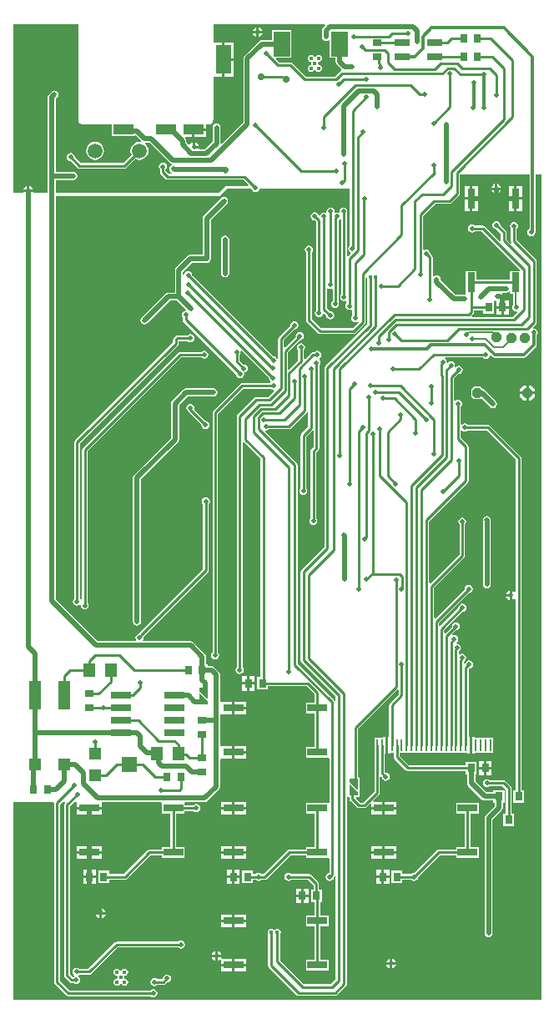
<source format=gbr>
%TF.GenerationSoftware,Altium Limited,Altium Designer,19.0.12 (326)*%
G04 Layer_Physical_Order=1*
G04 Layer_Color=6711008*
%FSLAX26Y26*%
%MOIN*%
%TF.FileFunction,Copper,L1,Top,Signal*%
%TF.Part,Single*%
G01*
G75*
%TA.AperFunction,SMDPad,CuDef*%
%ADD10R,0.059055X0.118110*%
%ADD11R,0.078740X0.039370*%
%ADD12R,0.010000X0.047244*%
%ADD13R,0.078740X0.031496*%
%ADD14R,0.047244X0.118110*%
%ADD15R,0.045000X0.054000*%
%ADD16R,0.031000X0.038000*%
%ADD17R,0.038000X0.031000*%
%ADD18R,0.019685X0.019685*%
%ADD19R,0.078740X0.027559*%
%ADD20R,0.047244X0.047244*%
%ADD21R,0.062992X0.062992*%
%ADD22R,0.047244X0.051181*%
%ADD23R,0.031496X0.037402*%
%ADD24R,0.031496X0.078740*%
%TA.AperFunction,ConnectorPad*%
%ADD25R,0.066929X0.098425*%
%TA.AperFunction,SMDPad,CuDef*%
%ADD26R,0.062992X0.031496*%
%TA.AperFunction,Conductor*%
%ADD27C,0.011811*%
%ADD28C,0.019685*%
%ADD29C,0.006299*%
%ADD30C,0.010000*%
%TA.AperFunction,ViaPad*%
G04:AMPARAMS|DCode=31|XSize=39.37mil|YSize=39.37mil|CornerRadius=0mil|HoleSize=0mil|Usage=FLASHONLY|Rotation=0.000|XOffset=0mil|YOffset=0mil|HoleType=Round|Shape=Octagon|*
%AMOCTAGOND31*
4,1,8,0.019685,-0.009842,0.019685,0.009842,0.009843,0.019685,-0.009843,0.019685,-0.019685,0.009842,-0.019685,-0.009842,-0.009843,-0.019685,0.009843,-0.019685,0.019685,-0.009842,0.0*
%
%ADD31OCTAGOND31*%

%TA.AperFunction,ComponentPad*%
%ADD32C,0.059055*%
%TA.AperFunction,ViaPad*%
%ADD33C,0.019685*%
%ADD34C,0.015748*%
%ADD35C,0.027559*%
G36*
X1267467Y3925310D02*
X1258854Y3916698D01*
X1255353Y3911457D01*
X1254123Y3905276D01*
Y3880000D01*
X1255353Y3873819D01*
X1258854Y3868578D01*
X1264095Y3865077D01*
X1270276Y3863847D01*
X1276457Y3865077D01*
X1280535Y3867802D01*
X1284536Y3866366D01*
X1285535Y3865587D01*
Y3796787D01*
X1308847D01*
Y3780906D01*
X1310077Y3774724D01*
X1313578Y3769484D01*
X1332054Y3751008D01*
X1332049Y3750027D01*
X1330923Y3745685D01*
X1329300Y3745362D01*
X1325661Y3742931D01*
X1325661Y3742930D01*
X1305354Y3722624D01*
X1188970D01*
X1135659Y3775934D01*
X1132021Y3778365D01*
X1127729Y3779219D01*
X1127728Y3779219D01*
X1081957D01*
X1069007Y3792168D01*
X1070921Y3796787D01*
X1132180D01*
Y3907213D01*
X1053252D01*
Y3868153D01*
X1014516D01*
X1008334Y3866923D01*
X1003094Y3863422D01*
X944011Y3804339D01*
X940510Y3799099D01*
X939280Y3792917D01*
Y3538936D01*
X853628Y3453283D01*
X850817Y3454109D01*
X848811Y3455538D01*
Y3518190D01*
X847581Y3524371D01*
X844080Y3529612D01*
X838839Y3533113D01*
X832658Y3534343D01*
X826477Y3533113D01*
X821236Y3529612D01*
X817735Y3524371D01*
X816505Y3518190D01*
Y3461389D01*
X785584Y3430468D01*
X765815D01*
X762442Y3435000D01*
X742764D01*
Y3440000D01*
X737764D01*
Y3459237D01*
X735022Y3458691D01*
X728458Y3454306D01*
X725891Y3450463D01*
X719724Y3449559D01*
X711979Y3457304D01*
Y3463859D01*
X710750Y3470040D01*
X707248Y3475280D01*
X706833Y3475696D01*
X708746Y3480315D01*
X735000D01*
Y3510000D01*
X740000D01*
Y3515000D01*
X789370D01*
Y3529930D01*
X800000D01*
X807680Y3531458D01*
X814192Y3535808D01*
X818542Y3542320D01*
X820070Y3550001D01*
Y3716111D01*
X820473Y3720945D01*
X825070Y3720945D01*
X855000D01*
Y3790000D01*
Y3859055D01*
X820473Y3859055D01*
X820070Y3863889D01*
Y3929930D01*
X1265553D01*
X1267467Y3925310D01*
D02*
G37*
G36*
X279930Y3550001D02*
X281458Y3542320D01*
X285808Y3535808D01*
X292320Y3531458D01*
X300000Y3529930D01*
X414630D01*
Y3484315D01*
X505370D01*
Y3484315D01*
X510370Y3486194D01*
X531645Y3464920D01*
X529309Y3460184D01*
X524372Y3460834D01*
X515097Y3459613D01*
X506455Y3456033D01*
X499034Y3450338D01*
X493339Y3442917D01*
X489759Y3434274D01*
X488538Y3425000D01*
X489759Y3415726D01*
X492535Y3409024D01*
X459726Y3376215D01*
X289646D01*
X266104Y3399757D01*
X266153Y3400000D01*
X264923Y3406181D01*
X261422Y3411422D01*
X256181Y3414923D01*
X250000Y3416153D01*
X243819Y3414923D01*
X238578Y3411422D01*
X235077Y3406181D01*
X233847Y3400000D01*
X235077Y3393819D01*
X238578Y3388578D01*
X243819Y3385077D01*
X250000Y3383847D01*
X250243Y3383896D01*
X277069Y3357070D01*
X277069Y3357069D01*
X280708Y3354638D01*
X285000Y3353784D01*
X285000Y3353785D01*
X464372D01*
X464372Y3353784D01*
X468664Y3354638D01*
X472303Y3357069D01*
X508396Y3393163D01*
X515097Y3390387D01*
X524372Y3389166D01*
X533646Y3390387D01*
X542289Y3393967D01*
X549711Y3399662D01*
X555405Y3407083D01*
X558985Y3415726D01*
X560206Y3425000D01*
X558985Y3434274D01*
X555405Y3442917D01*
X549711Y3450338D01*
X545138Y3453847D01*
X546835Y3458847D01*
X564309D01*
X645948Y3377208D01*
X651188Y3373707D01*
X652670Y3373412D01*
X653319Y3370706D01*
X653198Y3368209D01*
X648578Y3365122D01*
X645077Y3359881D01*
X643847Y3353700D01*
X645077Y3347519D01*
X648578Y3342278D01*
X652278Y3338578D01*
X652821Y3338215D01*
X651304Y3333215D01*
X640303D01*
X628813Y3344705D01*
Y3350842D01*
X629020Y3350980D01*
X632521Y3356221D01*
X633751Y3362402D01*
X632521Y3368583D01*
X629020Y3373824D01*
X623779Y3377325D01*
X617598Y3378555D01*
X611417Y3377325D01*
X606176Y3373824D01*
X602675Y3368583D01*
X601445Y3362402D01*
X602675Y3356221D01*
X606176Y3350980D01*
X606383Y3350842D01*
Y3340060D01*
X606382Y3340059D01*
X607236Y3335767D01*
X609667Y3332129D01*
X627727Y3314070D01*
X627727Y3314069D01*
X631365Y3311638D01*
X635658Y3310784D01*
X635658Y3310785D01*
X938236D01*
X959088Y3289932D01*
X957175Y3285313D01*
X868777D01*
X840156Y3256692D01*
X839999Y3256850D01*
X191153D01*
Y3308847D01*
X260000D01*
X266181Y3310077D01*
X271422Y3313578D01*
X274923Y3318819D01*
X276153Y3325000D01*
X274923Y3331181D01*
X271422Y3336422D01*
X266181Y3339923D01*
X260000Y3341153D01*
X191153D01*
Y3633151D01*
X196422Y3638420D01*
X199923Y3643660D01*
X201153Y3649842D01*
X199923Y3656023D01*
X196422Y3661264D01*
X191181Y3664765D01*
X185000Y3665995D01*
X178819Y3664765D01*
X173578Y3661264D01*
X163578Y3651264D01*
X160077Y3646023D01*
X158847Y3639842D01*
Y3325000D01*
Y3256850D01*
X102869D01*
X99416Y3261654D01*
X60584D01*
X57131Y3256850D01*
X20070D01*
Y3929930D01*
X279930D01*
Y3550001D01*
D02*
G37*
G36*
X2129930Y35070D02*
X20070D01*
Y825748D01*
X180055D01*
X183933Y820748D01*
X183784Y820000D01*
X183785Y820000D01*
Y105001D01*
X183784Y105000D01*
X184638Y100708D01*
X187069Y97069D01*
X232069Y52070D01*
X232069Y52069D01*
X235708Y49638D01*
X240000Y48784D01*
X240000Y48785D01*
X569625D01*
X573819Y45983D01*
X580000Y44753D01*
X586181Y45983D01*
X591422Y49484D01*
X594923Y54725D01*
X596153Y60906D01*
X594923Y67087D01*
X591422Y72328D01*
X586181Y75829D01*
X580000Y77059D01*
X573819Y75829D01*
X568578Y72328D01*
X567835Y71216D01*
X244646D01*
X206215Y109646D01*
Y815354D01*
X216609Y825748D01*
X225354D01*
X226516Y822943D01*
X226947Y820748D01*
X224638Y817292D01*
X223784Y813000D01*
X223785Y813000D01*
Y132000D01*
X223784Y132000D01*
X224638Y127708D01*
X227069Y124069D01*
X246069Y105070D01*
X246069Y105069D01*
X249708Y102638D01*
X254000Y101784D01*
X254000Y101784D01*
X260440D01*
X260578Y101578D01*
X265819Y98077D01*
X272000Y96847D01*
X278181Y98077D01*
X283422Y101578D01*
X286923Y106819D01*
X288153Y113000D01*
X286923Y119181D01*
X283422Y124422D01*
X280479Y126388D01*
X280264Y127165D01*
X280747Y132123D01*
X284422Y134578D01*
X284560Y134785D01*
X324455D01*
X324456Y134784D01*
X328748Y135638D01*
X332387Y138069D01*
X438102Y243785D01*
X678440D01*
X678578Y243578D01*
X683819Y240077D01*
X690000Y238847D01*
X696181Y240077D01*
X701422Y243578D01*
X704923Y248819D01*
X706153Y255000D01*
X704923Y261181D01*
X701422Y266422D01*
X696181Y269923D01*
X690000Y271153D01*
X683819Y269923D01*
X678578Y266422D01*
X678440Y266216D01*
X433457D01*
X433456Y266216D01*
X429164Y265362D01*
X425525Y262931D01*
X425525Y262930D01*
X319810Y157215D01*
X284560D01*
X284422Y157422D01*
X279181Y160923D01*
X273000Y162153D01*
X266819Y160923D01*
X261578Y157422D01*
X258077Y152181D01*
X256847Y146000D01*
X258077Y139819D01*
X261578Y134578D01*
X264521Y132612D01*
X264736Y131834D01*
X264284Y127196D01*
X260097Y124667D01*
X256214Y126647D01*
X246215Y136646D01*
Y808354D01*
X263609Y825748D01*
X275630D01*
Y805000D01*
X325000D01*
X374370D01*
Y823217D01*
X609884D01*
X614276Y821748D01*
X614276Y818217D01*
Y778252D01*
X648431D01*
Y644582D01*
X614276D01*
Y634049D01*
X564370D01*
X564370Y634050D01*
X560078Y633196D01*
X556439Y630765D01*
X556439Y630764D01*
X461890Y536216D01*
X402500D01*
Y550000D01*
X359500D01*
Y500000D01*
X402500D01*
Y513784D01*
X466536D01*
X466536Y513784D01*
X470828Y514638D01*
X474467Y517069D01*
X569016Y611619D01*
X614276D01*
Y601086D01*
X705016D01*
Y644582D01*
X670861D01*
Y778252D01*
X705016D01*
Y788784D01*
X739818D01*
X739956Y788578D01*
X745197Y785077D01*
X751378Y783847D01*
X757559Y785077D01*
X762800Y788578D01*
X766301Y793819D01*
X767531Y800000D01*
X766301Y806181D01*
X762800Y811422D01*
X757559Y814923D01*
X751378Y816153D01*
X745197Y814923D01*
X739956Y811422D01*
X739818Y811216D01*
X708552D01*
X705016Y814751D01*
X705016Y821748D01*
X709408Y823217D01*
X784370D01*
X790552Y824447D01*
X795792Y827948D01*
X841422Y873578D01*
X844923Y878819D01*
X846153Y885000D01*
Y995823D01*
X850630Y997086D01*
X851153Y997086D01*
X895000D01*
Y1022834D01*
Y1048582D01*
X851153D01*
X850630Y1048582D01*
X846153Y1049845D01*
Y1150000D01*
Y1172989D01*
X850630Y1174252D01*
X851153Y1174252D01*
X895000D01*
Y1200000D01*
Y1225748D01*
X851153D01*
X850630Y1225748D01*
X846153Y1227011D01*
Y1333898D01*
X844923Y1340079D01*
X841422Y1345319D01*
X825319Y1361422D01*
X820079Y1364923D01*
X813898Y1366153D01*
X796500D01*
Y1375000D01*
X791153D01*
Y1404000D01*
X789923Y1410181D01*
X786422Y1415422D01*
X740422Y1461422D01*
X735182Y1464923D01*
X729000Y1466153D01*
X540815D01*
X538142Y1471153D01*
X539923Y1473819D01*
X541153Y1480000D01*
X540363Y1483970D01*
X540495Y1484634D01*
X797930Y1742069D01*
X797931Y1742069D01*
X800362Y1745708D01*
X801216Y1750000D01*
X801216Y1750001D01*
Y2013440D01*
X801422Y2013578D01*
X804923Y2018819D01*
X806153Y2025000D01*
X804923Y2031181D01*
X801422Y2036422D01*
X796181Y2039923D01*
X790000Y2041153D01*
X783819Y2039923D01*
X778578Y2036422D01*
X775077Y2031181D01*
X773847Y2025000D01*
X775077Y2018819D01*
X778578Y2013578D01*
X778784Y2013440D01*
Y1754646D01*
X521912Y1497773D01*
X520190Y1495196D01*
X518819Y1494923D01*
X513578Y1491422D01*
X510077Y1486181D01*
X508847Y1480000D01*
X510077Y1473819D01*
X511858Y1471153D01*
X509185Y1466153D01*
X358678D01*
X191153Y1633678D01*
Y3244909D01*
X845000Y3245000D01*
X874409Y3274409D01*
X972111D01*
X972793Y3270985D01*
X976294Y3265744D01*
X981535Y3262243D01*
X987716Y3261013D01*
X993897Y3262243D01*
X999138Y3265744D01*
X1002639Y3270985D01*
X1003321Y3274409D01*
X1365352D01*
Y3047607D01*
X1363578Y3046422D01*
X1360077Y3041181D01*
X1358847Y3035000D01*
X1360077Y3028819D01*
X1363578Y3023578D01*
X1367501Y3020957D01*
X1368954Y3015340D01*
X1358027Y3004413D01*
X1353027Y3006484D01*
Y3174628D01*
X1354293Y3176523D01*
X1355523Y3182704D01*
X1354293Y3188885D01*
X1350792Y3194126D01*
X1345551Y3197627D01*
X1339370Y3198857D01*
X1333189Y3197627D01*
X1327948Y3194126D01*
X1324447Y3188885D01*
X1323217Y3182704D01*
X1323540Y3181080D01*
X1321124Y3179037D01*
X1319091Y3177816D01*
X1313386Y3178951D01*
X1308030Y3177885D01*
X1305270Y3179673D01*
X1303618Y3181339D01*
X1303949Y3183000D01*
X1302719Y3189181D01*
X1299218Y3194422D01*
X1293977Y3197923D01*
X1287796Y3199153D01*
X1281615Y3197923D01*
X1276374Y3194422D01*
X1272873Y3189181D01*
X1271643Y3183000D01*
X1271974Y3181337D01*
X1270319Y3179670D01*
X1267563Y3177885D01*
X1262204Y3178951D01*
X1256023Y3177721D01*
X1250782Y3174220D01*
X1247281Y3168979D01*
X1241829Y3167199D01*
X1240251Y3168096D01*
X1239923Y3169743D01*
X1236422Y3174984D01*
X1231181Y3178485D01*
X1225000Y3179715D01*
X1218819Y3178485D01*
X1213578Y3174984D01*
X1210077Y3169743D01*
X1208847Y3163562D01*
X1210077Y3157380D01*
X1213578Y3152140D01*
X1218819Y3148639D01*
X1225000Y3147409D01*
X1225243Y3147457D01*
X1229728Y3142972D01*
Y2789042D01*
X1229522Y2788904D01*
X1226021Y2783663D01*
X1224791Y2777482D01*
X1226021Y2771301D01*
X1229522Y2766060D01*
X1234763Y2762559D01*
X1240944Y2761329D01*
X1247125Y2762559D01*
X1252366Y2766060D01*
X1255867Y2771301D01*
X1256655Y2775262D01*
X1261881Y2777108D01*
X1270825Y2768163D01*
X1270777Y2767920D01*
X1272007Y2761739D01*
X1275508Y2756498D01*
X1280749Y2752997D01*
X1286930Y2751767D01*
X1293111Y2752997D01*
X1298352Y2756498D01*
X1301853Y2761739D01*
X1303083Y2767920D01*
X1301853Y2774101D01*
X1298352Y2779342D01*
X1293111Y2782843D01*
X1286930Y2784073D01*
X1286687Y2784024D01*
X1273419Y2797292D01*
Y2874606D01*
X1278419Y2877132D01*
X1281615Y2874997D01*
X1287796Y2873767D01*
X1292423Y2874688D01*
X1297423Y2871743D01*
Y2827169D01*
X1294688Y2825342D01*
X1291187Y2820101D01*
X1289957Y2813920D01*
X1291187Y2807739D01*
X1294688Y2802498D01*
X1299929Y2798997D01*
X1306110Y2797767D01*
X1312291Y2798997D01*
X1317532Y2802498D01*
X1321033Y2807739D01*
X1322263Y2813920D01*
X1321033Y2820101D01*
X1319635Y2822194D01*
X1319854Y2823297D01*
X1319854Y2823297D01*
Y3148066D01*
X1324808Y3151376D01*
X1325597Y3152557D01*
X1330597Y3151040D01*
Y2853560D01*
X1330390Y2853422D01*
X1326889Y2848181D01*
X1325659Y2842000D01*
X1326889Y2835819D01*
X1330390Y2830578D01*
X1335631Y2827077D01*
X1341812Y2825847D01*
X1346980Y2826875D01*
X1351980Y2824185D01*
Y2817504D01*
X1351774Y2817366D01*
X1348272Y2812125D01*
X1347042Y2805944D01*
X1348272Y2799763D01*
X1351774Y2794522D01*
X1357014Y2791021D01*
X1363195Y2789791D01*
X1369377Y2791021D01*
X1370597Y2791836D01*
X1375597Y2789163D01*
Y2768480D01*
X1375390Y2768342D01*
X1371889Y2763101D01*
X1370659Y2756920D01*
X1371889Y2750739D01*
X1375390Y2745498D01*
X1380631Y2741997D01*
X1386812Y2740767D01*
X1392993Y2741997D01*
X1397384Y2744931D01*
X1400572Y2741047D01*
X1375740Y2716215D01*
X1250522D01*
X1212790Y2753948D01*
Y3018360D01*
X1212996Y3018498D01*
X1216497Y3023739D01*
X1217727Y3029920D01*
X1216497Y3036101D01*
X1212996Y3041342D01*
X1207755Y3044843D01*
X1201574Y3046073D01*
X1195393Y3044843D01*
X1190152Y3041342D01*
X1186651Y3036101D01*
X1185421Y3029920D01*
X1186651Y3023739D01*
X1190152Y3018498D01*
X1190359Y3018360D01*
Y2749303D01*
X1190358Y2749303D01*
X1191212Y2745011D01*
X1193643Y2741372D01*
X1237946Y2697070D01*
X1237946Y2697069D01*
X1241585Y2694638D01*
X1245877Y2693785D01*
X1380386D01*
X1380386Y2693784D01*
X1384678Y2694638D01*
X1388317Y2697069D01*
X1424456Y2733209D01*
X1424456Y2733209D01*
X1426887Y2736847D01*
X1427741Y2741139D01*
Y2917830D01*
X1432741Y2918322D01*
X1433583Y2914086D01*
X1435437Y2911312D01*
Y2733704D01*
X1267069Y2565337D01*
X1264638Y2561698D01*
X1263784Y2557406D01*
X1263784Y2557405D01*
Y1843613D01*
X1172069Y1751898D01*
X1169638Y1748259D01*
X1168784Y1743967D01*
X1168784Y1743967D01*
Y1390839D01*
X1168784Y1390838D01*
X1169638Y1386546D01*
X1172069Y1382907D01*
X1308784Y1246192D01*
Y1229615D01*
X1307843Y1229254D01*
X1303784Y1228784D01*
X1301931Y1231558D01*
X1301930Y1231558D01*
X1156216Y1377273D01*
Y2169574D01*
X1155362Y2173866D01*
X1152931Y2177505D01*
X1152930Y2177505D01*
X1025969Y2304466D01*
X1028432Y2309074D01*
X1029574Y2308847D01*
X1035755Y2310077D01*
X1040996Y2313578D01*
X1041134Y2313785D01*
X1122142D01*
X1122142Y2313784D01*
X1126434Y2314638D01*
X1130073Y2317069D01*
X1192931Y2379927D01*
X1193784Y2381205D01*
X1198784Y2379689D01*
Y2323426D01*
X1171399Y2296041D01*
X1168968Y2292402D01*
X1168114Y2288110D01*
X1168114Y2288110D01*
Y2078331D01*
X1167908Y2078193D01*
X1164407Y2072952D01*
X1163177Y2066771D01*
X1164407Y2060590D01*
X1167908Y2055349D01*
X1173149Y2051848D01*
X1179330Y2050618D01*
X1185511Y2051848D01*
X1190752Y2055349D01*
X1194253Y2060590D01*
X1195483Y2066771D01*
X1194253Y2072952D01*
X1190752Y2078193D01*
X1190545Y2078331D01*
Y2283465D01*
X1215651Y2308570D01*
X1220651Y2306499D01*
Y2242528D01*
X1211069Y2232947D01*
X1208638Y2229308D01*
X1207784Y2225016D01*
X1207784Y2225016D01*
Y1958792D01*
X1207578Y1958654D01*
X1204077Y1953413D01*
X1202847Y1947232D01*
X1204077Y1941051D01*
X1207578Y1935810D01*
X1212819Y1932309D01*
X1219000Y1931079D01*
X1225181Y1932309D01*
X1230422Y1935810D01*
X1233923Y1941051D01*
X1235153Y1947232D01*
X1233923Y1953413D01*
X1230422Y1958654D01*
X1230216Y1958792D01*
Y2220370D01*
X1239797Y2229952D01*
X1239797Y2229952D01*
X1242228Y2233591D01*
X1243082Y2237883D01*
X1243082Y2237883D01*
Y2567661D01*
X1243288Y2567799D01*
X1246790Y2573039D01*
X1248019Y2579220D01*
X1246790Y2585402D01*
X1243288Y2590642D01*
X1243042Y2590807D01*
X1243239Y2596688D01*
X1246068Y2598578D01*
X1249569Y2603819D01*
X1250799Y2610000D01*
X1249569Y2616181D01*
X1246068Y2621422D01*
X1240827Y2624923D01*
X1234646Y2626153D01*
X1228465Y2624923D01*
X1223224Y2621422D01*
X1223086Y2621215D01*
X1218204D01*
X1213912Y2620362D01*
X1210273Y2617931D01*
X1210273Y2617930D01*
X1185835Y2593492D01*
X1181216Y2595405D01*
Y2628440D01*
X1181422Y2628578D01*
X1184923Y2633819D01*
X1186153Y2640000D01*
X1184923Y2646181D01*
X1181422Y2651422D01*
X1176181Y2654923D01*
X1170000Y2656153D01*
X1163819Y2654923D01*
X1158578Y2651422D01*
X1155077Y2646181D01*
X1153847Y2640000D01*
X1155077Y2633819D01*
X1158578Y2628578D01*
X1158784Y2628440D01*
Y2589069D01*
X1121835Y2552119D01*
X1117216Y2554033D01*
Y2619543D01*
X1166897Y2669224D01*
X1171181Y2670077D01*
X1176422Y2673578D01*
X1179923Y2678819D01*
X1181153Y2685000D01*
X1179923Y2691181D01*
X1176422Y2696422D01*
X1171181Y2699923D01*
X1165000Y2701153D01*
X1158819Y2699923D01*
X1153578Y2696422D01*
X1150077Y2691181D01*
X1148847Y2685000D01*
X1149196Y2683246D01*
X1105835Y2639885D01*
X1101216Y2641799D01*
Y2669447D01*
X1143583Y2711816D01*
X1143827Y2711767D01*
X1150008Y2712997D01*
X1155249Y2716498D01*
X1158750Y2721739D01*
X1159980Y2727920D01*
X1158750Y2734101D01*
X1155249Y2739342D01*
X1150008Y2742843D01*
X1143827Y2744073D01*
X1137646Y2742843D01*
X1132405Y2739342D01*
X1128904Y2734101D01*
X1127674Y2727920D01*
X1127722Y2727677D01*
X1082069Y2682024D01*
X1079638Y2678385D01*
X1078784Y2674093D01*
X1078784Y2674093D01*
Y2597151D01*
X1073784Y2595634D01*
X1071422Y2599170D01*
X1066181Y2602671D01*
X1060000Y2603901D01*
X1059757Y2603852D01*
X735105Y2928505D01*
X735153Y2928748D01*
X733923Y2934929D01*
X730422Y2940170D01*
X725181Y2943671D01*
X719000Y2944901D01*
X712819Y2943671D01*
X707578Y2940170D01*
X704077Y2934929D01*
X703153Y2930285D01*
X698153Y2930778D01*
Y2942229D01*
X733691Y2977767D01*
X793308D01*
X799489Y2978997D01*
X804730Y2982498D01*
X808231Y2987739D01*
X809461Y2993920D01*
Y3149019D01*
X874020Y3213578D01*
X877521Y3218819D01*
X878751Y3225000D01*
X877521Y3231182D01*
X874020Y3236422D01*
X868779Y3239923D01*
X862598Y3241153D01*
X856417Y3239923D01*
X851176Y3236422D01*
X781886Y3167132D01*
X778385Y3161892D01*
X777155Y3155710D01*
Y3010073D01*
X727000D01*
X720818Y3008843D01*
X715578Y3005342D01*
X670578Y2960342D01*
X667077Y2955102D01*
X665847Y2948920D01*
Y2859262D01*
X640189D01*
X634008Y2858032D01*
X628767Y2854531D01*
X533578Y2759342D01*
X530077Y2754102D01*
X528847Y2747920D01*
X530077Y2741738D01*
X533578Y2736498D01*
X538818Y2732997D01*
X545000Y2731767D01*
X551182Y2732997D01*
X556422Y2736498D01*
X646880Y2826956D01*
X675309D01*
X711378Y2790887D01*
X709484Y2786915D01*
X708996Y2786199D01*
X702977Y2785001D01*
X697736Y2781500D01*
X694235Y2776259D01*
X693005Y2770078D01*
X694235Y2763897D01*
X697736Y2758656D01*
X697942Y2758518D01*
Y2750225D01*
X697942Y2750225D01*
X698796Y2745933D01*
X701227Y2742294D01*
X911315Y2532207D01*
X912268Y2527414D01*
X915770Y2522174D01*
X921010Y2518672D01*
X927192Y2517443D01*
X933373Y2518672D01*
X938613Y2522174D01*
X942115Y2527414D01*
X943344Y2533596D01*
X942134Y2539679D01*
X947603Y2540767D01*
X952843Y2544268D01*
X956345Y2549508D01*
X957574Y2555690D01*
X956345Y2561871D01*
X952843Y2567112D01*
X947603Y2570613D01*
X941421Y2571843D01*
X941178Y2571794D01*
X923693Y2589279D01*
Y2608912D01*
X923900Y2609050D01*
X927401Y2614291D01*
X928631Y2620472D01*
X927881Y2624243D01*
X932489Y2626706D01*
X1041431Y2517763D01*
X1041383Y2517520D01*
X1042613Y2511339D01*
X1046114Y2506098D01*
X1046185Y2506051D01*
X1046783Y2499872D01*
X1044554Y2497586D01*
X933581D01*
X933580Y2497586D01*
X929288Y2496732D01*
X925649Y2494301D01*
X925649Y2494300D01*
X818988Y2387639D01*
X816557Y2384001D01*
X815703Y2379709D01*
X815703Y2379708D01*
Y1421707D01*
X815497Y1421569D01*
X811995Y1416329D01*
X810766Y1410147D01*
X811995Y1403966D01*
X815497Y1398725D01*
X820737Y1395224D01*
X826919Y1393994D01*
X833100Y1395224D01*
X838341Y1398725D01*
X841842Y1403966D01*
X843072Y1410147D01*
X841842Y1416329D01*
X838341Y1421569D01*
X838134Y1421707D01*
Y2375063D01*
X938226Y2475155D01*
X1048440D01*
X1048578Y2474948D01*
X1053819Y2471447D01*
X1059673Y2470282D01*
X1060518Y2468981D01*
X1061974Y2465512D01*
X1038677Y2442215D01*
X990080D01*
X985788Y2441362D01*
X982149Y2438931D01*
X982149Y2438930D01*
X917069Y2373851D01*
X914638Y2370212D01*
X913784Y2365920D01*
X913784Y2365919D01*
Y1363450D01*
X913578Y1363312D01*
X910077Y1358071D01*
X908847Y1351890D01*
X910077Y1345709D01*
X913578Y1340468D01*
X918819Y1336967D01*
X925000Y1335737D01*
X931181Y1336967D01*
X936422Y1340468D01*
X939923Y1345709D01*
X941153Y1351890D01*
X939923Y1358071D01*
X936422Y1363312D01*
X936216Y1363450D01*
Y2260795D01*
X941216Y2262863D01*
X1008784Y2195294D01*
Y1323032D01*
X994500D01*
Y1273032D01*
X1037500D01*
Y1286816D01*
X1192322D01*
X1223430Y1255708D01*
Y1221748D01*
X1189276D01*
Y1178252D01*
X1223430D01*
Y1044582D01*
X1189276D01*
Y1001086D01*
X1280016D01*
X1282784Y997233D01*
Y825601D01*
X1280016Y821748D01*
X1277784Y821748D01*
X1189276D01*
Y778252D01*
X1223430D01*
Y644582D01*
X1189276D01*
Y634049D01*
X1122834D01*
X1122834Y634050D01*
X1118542Y633196D01*
X1114903Y630765D01*
X1114903Y630764D01*
X1020354Y536216D01*
X1011560D01*
X1011422Y536422D01*
X1006181Y539923D01*
X1000000Y541153D01*
X993819Y539923D01*
X988578Y536422D01*
X988440Y536216D01*
X977500D01*
Y550000D01*
X934500D01*
Y500000D01*
X977500D01*
Y513784D01*
X988440D01*
X988578Y513578D01*
X993819Y510077D01*
X1000000Y508847D01*
X1006181Y510077D01*
X1011422Y513578D01*
X1011560Y513784D01*
X1024999D01*
X1025000Y513784D01*
X1029292Y514638D01*
X1032931Y517069D01*
X1127480Y611619D01*
X1189276D01*
Y601086D01*
X1277784D01*
X1280016Y601086D01*
X1282784Y597233D01*
Y540712D01*
X1278819Y539923D01*
X1273578Y536422D01*
X1270077Y531181D01*
X1268847Y525000D01*
X1270077Y518819D01*
X1273578Y513578D01*
X1278819Y510077D01*
X1285000Y508847D01*
X1291181Y510077D01*
X1296422Y513578D01*
X1299923Y518819D01*
X1301153Y525000D01*
X1301148Y525025D01*
X1303919Y528337D01*
X1308784Y527667D01*
Y116276D01*
X1289354Y96846D01*
X1180732D01*
X1086805Y190772D01*
Y297405D01*
X1088659Y300179D01*
X1089736Y305592D01*
X1088659Y311005D01*
X1085593Y315595D01*
X1081003Y318661D01*
X1075590Y319738D01*
X1070177Y318661D01*
X1065884Y315793D01*
X1064455Y315157D01*
X1061135D01*
X1059706Y315793D01*
X1055413Y318661D01*
X1050000Y319738D01*
X1044587Y318661D01*
X1039997Y315595D01*
X1036931Y311005D01*
X1035854Y305592D01*
X1036931Y300179D01*
X1038784Y297405D01*
Y170207D01*
X1038784Y170206D01*
X1039638Y165914D01*
X1042069Y162275D01*
X1151369Y52976D01*
X1151369Y52975D01*
X1155008Y50544D01*
X1159300Y49691D01*
X1305906D01*
X1305906Y49690D01*
X1310198Y50544D01*
X1313837Y52975D01*
X1349930Y89069D01*
X1349931Y89069D01*
X1352362Y92708D01*
X1353216Y97000D01*
Y845456D01*
X1358216Y846450D01*
X1358598Y845528D01*
X1363190Y843625D01*
X1363784D01*
Y836812D01*
X1363784Y836812D01*
X1364638Y832520D01*
X1367069Y828881D01*
X1392661Y803290D01*
X1392661Y803289D01*
X1396300Y800858D01*
X1400592Y800004D01*
X1400592Y800005D01*
X1423070D01*
X1423070Y800004D01*
X1427362Y800858D01*
X1431001Y803289D01*
X1446011Y818299D01*
X1450630Y816386D01*
Y805000D01*
X1495000D01*
Y825748D01*
X1459992D01*
X1458079Y830367D01*
X1481710Y853999D01*
X1481711Y853999D01*
X1484142Y857638D01*
X1484996Y861930D01*
X1484995Y861931D01*
Y923622D01*
X1489914Y925956D01*
X1492727Y924027D01*
X1493763Y918819D01*
X1497264Y913578D01*
X1502505Y910077D01*
X1508686Y908847D01*
X1514867Y910077D01*
X1520108Y913578D01*
X1523609Y918819D01*
X1524839Y925000D01*
X1523609Y931181D01*
X1520108Y936422D01*
X1514867Y939923D01*
X1508686Y941153D01*
X1508443Y941105D01*
X1504679Y944868D01*
Y1016378D01*
X1508150D01*
Y1050000D01*
Y1083622D01*
X1498150D01*
Y1079622D01*
X1462780D01*
Y1051083D01*
X1462564Y1050000D01*
Y866576D01*
X1418424Y822436D01*
X1405238D01*
X1389048Y838625D01*
X1391119Y843625D01*
X1398623D01*
X1403215Y845528D01*
X1405117Y850120D01*
Y865868D01*
X1403487Y869805D01*
X1405117Y873742D01*
Y917049D01*
X1403215Y921641D01*
X1398623Y923543D01*
X1398027D01*
Y1117166D01*
X1554832Y1273971D01*
X1559832Y1271900D01*
Y1253992D01*
X1524903Y1219063D01*
X1522472Y1215425D01*
X1521618Y1211133D01*
X1521619Y1211132D01*
Y1083622D01*
X1518150D01*
Y1050000D01*
Y1016378D01*
X1528150D01*
Y1020378D01*
X1541304D01*
Y1003684D01*
X1541304Y1003684D01*
X1542158Y999392D01*
X1544589Y995753D01*
X1588273Y952069D01*
X1591912Y949638D01*
X1596204Y948784D01*
X1596205Y948784D01*
X1828500D01*
Y935000D01*
X1833847D01*
Y899724D01*
X1835077Y893543D01*
X1838578Y888303D01*
X1891059Y835822D01*
X1896299Y832321D01*
X1902480Y831091D01*
X1938882D01*
Y822543D01*
X1944477D01*
Y809171D01*
X1907578Y772272D01*
X1904077Y767032D01*
X1902847Y760850D01*
Y300000D01*
X1904077Y293819D01*
X1907578Y288578D01*
X1912819Y285077D01*
X1919000Y283847D01*
X1925181Y285077D01*
X1930422Y288578D01*
X1933923Y293819D01*
X1935153Y300000D01*
Y754159D01*
X1972052Y791058D01*
X1975553Y796298D01*
X1976783Y802480D01*
Y822543D01*
X1982378D01*
Y871945D01*
X1938882D01*
Y863397D01*
X1909171D01*
X1866153Y906415D01*
Y935000D01*
X1871500D01*
Y985000D01*
X1828500D01*
Y971216D01*
X1600850D01*
X1563736Y1008330D01*
Y1020378D01*
X1832796D01*
Y1016378D01*
X1842796D01*
Y1050000D01*
Y1083622D01*
X1839325D01*
Y1353119D01*
X1841534Y1357313D01*
X1847715Y1358543D01*
X1852956Y1362044D01*
X1856457Y1367285D01*
X1857687Y1373466D01*
X1856457Y1379647D01*
X1852956Y1384888D01*
X1847715Y1388389D01*
X1841534Y1389619D01*
X1835353Y1388389D01*
X1830112Y1384888D01*
X1826611Y1379647D01*
X1826136Y1377263D01*
X1824666Y1376452D01*
X1819666Y1379406D01*
Y1384979D01*
X1820157Y1385077D01*
X1825398Y1388578D01*
X1828899Y1393819D01*
X1830129Y1400000D01*
X1828899Y1406181D01*
X1825398Y1411422D01*
X1820157Y1414923D01*
X1813976Y1416153D01*
X1807795Y1414923D01*
X1804956Y1413026D01*
X1799956Y1415699D01*
Y1426774D01*
X1803848Y1429374D01*
X1807349Y1434615D01*
X1808579Y1440796D01*
X1807349Y1446977D01*
X1803848Y1452218D01*
X1798607Y1455719D01*
X1792426Y1456949D01*
X1791814Y1456827D01*
X1789863Y1461537D01*
X1792918Y1463578D01*
X1796419Y1468819D01*
X1797649Y1475000D01*
X1796419Y1481181D01*
X1792918Y1486422D01*
X1787677Y1489923D01*
X1781496Y1491153D01*
X1775685Y1489997D01*
X1775389Y1490219D01*
X1774046Y1495429D01*
X1788497Y1509880D01*
X1788740Y1509831D01*
X1794921Y1511061D01*
X1800162Y1514562D01*
X1803663Y1519803D01*
X1804893Y1525984D01*
X1803663Y1532165D01*
X1800162Y1537406D01*
X1794921Y1540907D01*
X1788740Y1542137D01*
X1782559Y1540907D01*
X1777318Y1537406D01*
X1773817Y1532165D01*
X1772587Y1525984D01*
X1772636Y1525741D01*
X1745901Y1499007D01*
X1740901Y1501078D01*
Y1510080D01*
X1814717Y1583896D01*
X1814960Y1583847D01*
X1821141Y1585077D01*
X1826382Y1588578D01*
X1829883Y1593819D01*
X1831113Y1600000D01*
X1829883Y1606181D01*
X1826382Y1611422D01*
X1821141Y1614923D01*
X1814960Y1616153D01*
X1808779Y1614923D01*
X1803538Y1611422D01*
X1800037Y1606181D01*
X1798807Y1600000D01*
X1798855Y1599757D01*
X1726216Y1527117D01*
X1721216Y1529188D01*
Y1540354D01*
X1839757Y1658896D01*
X1840000Y1658847D01*
X1846181Y1660077D01*
X1851422Y1663578D01*
X1854923Y1668819D01*
X1856153Y1675000D01*
X1854923Y1681181D01*
X1851422Y1686422D01*
X1846181Y1689923D01*
X1840000Y1691153D01*
X1833819Y1689923D01*
X1828578Y1686422D01*
X1825077Y1681181D01*
X1823847Y1675000D01*
X1823896Y1674757D01*
X1706530Y1557391D01*
X1701530Y1559462D01*
Y1680660D01*
X1821906Y1801037D01*
X1821907Y1801037D01*
X1824338Y1804676D01*
X1825192Y1808967D01*
X1825191Y1808968D01*
Y1932140D01*
X1825398Y1932278D01*
X1828899Y1937519D01*
X1830129Y1943700D01*
X1828899Y1949881D01*
X1825398Y1955122D01*
X1820157Y1958623D01*
X1813976Y1959853D01*
X1807795Y1958623D01*
X1802554Y1955122D01*
X1799053Y1949881D01*
X1797823Y1943700D01*
X1799053Y1937519D01*
X1802554Y1932278D01*
X1802761Y1932140D01*
Y1813613D01*
X1686845Y1697698D01*
X1681845Y1699769D01*
Y1945142D01*
X1836040Y2099337D01*
X1836041Y2099337D01*
X1838472Y2102976D01*
X1839326Y2107267D01*
X1839325Y2107268D01*
Y2244425D01*
X1839326Y2244426D01*
X1838472Y2248718D01*
X1836041Y2252357D01*
X1836040Y2252357D01*
X1808752Y2279646D01*
Y2306802D01*
X1812713Y2308260D01*
X1813752Y2308462D01*
X1818819Y2305077D01*
X1825000Y2303847D01*
X1831181Y2305077D01*
X1836422Y2308578D01*
X1836560Y2308785D01*
X1912354D01*
X2028155Y2192984D01*
Y1664363D01*
X2023155Y1662847D01*
X2022180Y1664306D01*
X2015616Y1668691D01*
X2012874Y1669237D01*
Y1650000D01*
Y1630763D01*
X2015616Y1631309D01*
X2022180Y1635694D01*
X2023155Y1637153D01*
X2028155Y1635637D01*
Y871945D01*
X2017622D01*
Y822543D01*
X2061118D01*
Y871945D01*
X2050586D01*
Y2197630D01*
X2050586Y2197630D01*
X2049732Y2201922D01*
X2047301Y2205561D01*
X2047300Y2205561D01*
X1924931Y2327931D01*
X1921292Y2330362D01*
X1917000Y2331216D01*
X1916999Y2331215D01*
X1836560D01*
X1836422Y2331422D01*
X1831181Y2334923D01*
X1825000Y2336153D01*
X1818819Y2334923D01*
X1813752Y2331538D01*
X1812713Y2331740D01*
X1808752Y2333198D01*
Y2403598D01*
X1808958Y2403736D01*
X1812459Y2408977D01*
X1813689Y2415158D01*
X1812459Y2421339D01*
X1808958Y2426580D01*
X1803717Y2430081D01*
X1797536Y2431311D01*
X1791355Y2430081D01*
X1787058Y2427211D01*
X1783645Y2428312D01*
X1782058Y2429425D01*
Y2516197D01*
X1799757Y2533896D01*
X1800000Y2533847D01*
X1806181Y2535077D01*
X1811422Y2538578D01*
X1814923Y2543819D01*
X1816153Y2550000D01*
X1814923Y2556181D01*
X1811422Y2561422D01*
X1806181Y2564923D01*
X1800000Y2566153D01*
X1793819Y2564923D01*
X1788936Y2561661D01*
X1787514Y2562073D01*
X1784310Y2564034D01*
X1785209Y2568552D01*
X1783979Y2574733D01*
X1780478Y2579974D01*
X1775237Y2583475D01*
X1769056Y2584705D01*
X1762875Y2583475D01*
X1757634Y2579974D01*
X1756073Y2577637D01*
X1751363Y2579588D01*
X1751843Y2582000D01*
X1750613Y2588181D01*
X1747111Y2593422D01*
X1745377Y2594581D01*
X1746894Y2599581D01*
X1897094D01*
X1897232Y2599374D01*
X1902473Y2595873D01*
X1908654Y2594643D01*
X1914835Y2595873D01*
X1920076Y2599374D01*
X1923577Y2604615D01*
X1924075Y2607120D01*
X1929501Y2608765D01*
X1936053Y2602213D01*
X1936054Y2602213D01*
X1939992Y2599581D01*
X1944637Y2598657D01*
X2060796D01*
X2060796Y2598657D01*
X2065441Y2599581D01*
X2069379Y2602213D01*
X2108583Y2641416D01*
X2108583Y2641417D01*
X2111215Y2645355D01*
X2112139Y2650000D01*
Y2689441D01*
X2114923Y2693608D01*
X2116153Y2699790D01*
X2114923Y2705971D01*
X2111422Y2711211D01*
X2106181Y2714713D01*
X2100000Y2715943D01*
X2098595Y2715663D01*
X2096132Y2720271D01*
X2107930Y2732069D01*
X2107931Y2732069D01*
X2110362Y2735708D01*
X2111215Y2740000D01*
Y2984999D01*
X2111216Y2985000D01*
X2110362Y2989292D01*
X2107931Y2992931D01*
X2107930Y2992931D01*
X2031216Y3069646D01*
Y3112612D01*
X2032264Y3113313D01*
X2035766Y3118553D01*
X2036995Y3124735D01*
X2035766Y3130916D01*
X2032264Y3136156D01*
X2027024Y3139658D01*
X2020842Y3140887D01*
X2014661Y3139658D01*
X2009421Y3136156D01*
X2005919Y3130916D01*
X2004689Y3124735D01*
X2005919Y3118553D01*
X2008784Y3114265D01*
Y3065001D01*
X2008784Y3065000D01*
X2009638Y3060708D01*
X2010975Y3058707D01*
X2007091Y3055520D01*
X1990216Y3072396D01*
Y3099499D01*
X1990216Y3099500D01*
X1989362Y3103792D01*
X1986931Y3107431D01*
X1986930Y3107431D01*
X1966604Y3127757D01*
X1966653Y3128000D01*
X1965423Y3134181D01*
X1961922Y3139422D01*
X1956681Y3142923D01*
X1950500Y3144153D01*
X1944319Y3142923D01*
X1939078Y3139422D01*
X1935577Y3134181D01*
X1934347Y3128000D01*
X1935577Y3121819D01*
X1939078Y3116578D01*
X1944319Y3113077D01*
X1950500Y3111847D01*
X1950743Y3111896D01*
X1967784Y3094854D01*
Y3067751D01*
X1967784Y3067750D01*
X1968049Y3066419D01*
X1963441Y3063956D01*
X1904466Y3122931D01*
X1900828Y3125362D01*
X1896536Y3126216D01*
X1896535Y3126215D01*
X1864916D01*
X1864778Y3126422D01*
X1859537Y3129923D01*
X1853356Y3131153D01*
X1847175Y3129923D01*
X1841934Y3126422D01*
X1838433Y3121181D01*
X1837203Y3115000D01*
X1838433Y3108819D01*
X1841934Y3103578D01*
X1847175Y3100077D01*
X1853356Y3098847D01*
X1859537Y3100077D01*
X1864778Y3103578D01*
X1864916Y3103785D01*
X1891890D01*
X2045305Y2950370D01*
X2043234Y2945370D01*
X2005418D01*
Y2911215D01*
X1871748D01*
Y2945370D01*
X1828252D01*
Y2855604D01*
X1825767Y2852203D01*
X1824692Y2851153D01*
X1785667D01*
X1727767Y2909053D01*
Y2912056D01*
X1726537Y2918237D01*
X1723036Y2923478D01*
X1717795Y2926979D01*
X1711614Y2928209D01*
X1705433Y2926979D01*
X1701320Y2924231D01*
X1697407Y2925613D01*
X1696320Y2926446D01*
Y3000092D01*
X1695466Y3004384D01*
X1693035Y3008023D01*
X1693034Y3008023D01*
X1686735Y3014323D01*
X1686783Y3014566D01*
X1685553Y3020747D01*
X1682052Y3025988D01*
X1676811Y3029489D01*
X1670630Y3030719D01*
X1664449Y3029489D01*
X1663651Y3028957D01*
X1658651Y3031629D01*
Y3165625D01*
X1706811Y3213785D01*
X1762833D01*
X1762834Y3213784D01*
X1767126Y3214638D01*
X1770765Y3217069D01*
X1800357Y3246661D01*
X1802788Y3250300D01*
X1803642Y3254592D01*
X1803641Y3254593D01*
Y3330316D01*
X2082861D01*
Y3114284D01*
X2078578Y3111422D01*
X2075077Y3106181D01*
X2073847Y3100000D01*
X2075077Y3093819D01*
X2078578Y3088578D01*
X2083819Y3085077D01*
X2090000Y3083847D01*
X2096181Y3085077D01*
X2101422Y3088578D01*
X2104923Y3093819D01*
X2106153Y3100000D01*
X2105786Y3101844D01*
X2106215Y3102485D01*
X2107139Y3107131D01*
X2107139Y3107131D01*
Y3330316D01*
X2129930D01*
Y35070D01*
D02*
G37*
G36*
X2002822Y2862797D02*
X2005418Y2861450D01*
Y2854630D01*
X2017837D01*
Y2810313D01*
X2015077Y2806181D01*
X2013847Y2800000D01*
X2015077Y2793819D01*
X2018578Y2788578D01*
X2023819Y2785077D01*
X2030000Y2783847D01*
X2030993Y2784045D01*
X2033456Y2779436D01*
X2015235Y2761215D01*
X1853654D01*
X1851583Y2766215D01*
X1857930Y2772563D01*
X1857931Y2772563D01*
X1860362Y2776202D01*
X1861216Y2780494D01*
X1861216Y2780494D01*
Y2788785D01*
X1897500D01*
Y2775000D01*
X1940500D01*
Y2824101D01*
X1944484Y2827453D01*
X1946196Y2826309D01*
X1949500Y2825652D01*
Y2805000D01*
X2000500D01*
Y2829000D01*
X1973125D01*
X1970452Y2834000D01*
X1972629Y2837258D01*
X1973175Y2840000D01*
X1953938D01*
Y2850000D01*
X1973175D01*
X1972629Y2852742D01*
X1971371Y2854625D01*
X1973728Y2859035D01*
X1989531D01*
X1995712Y2860265D01*
X2000418Y2863409D01*
X2002822Y2862797D01*
D02*
G37*
G36*
X798621Y1236812D02*
X794684D01*
X767125Y1264371D01*
X763188D01*
Y1280119D01*
X798621D01*
Y1236812D01*
D02*
G37*
G36*
X794684Y1228938D02*
X798621D01*
Y1213190D01*
X763188D01*
Y1256497D01*
X767125D01*
X794684Y1228938D01*
D02*
G37*
G36*
X1398623Y873742D02*
X1394686D01*
X1367127Y901301D01*
X1363190D01*
Y917049D01*
X1398623D01*
Y873742D01*
D02*
G37*
G36*
X1394686Y865868D02*
X1398623D01*
Y850120D01*
X1363190D01*
Y893427D01*
X1367127D01*
X1394686Y865868D01*
D02*
G37*
%LPC*%
G36*
X1001850Y3919237D02*
Y3905000D01*
X1016087D01*
X1015541Y3907742D01*
X1011156Y3914306D01*
X1004592Y3918691D01*
X1001850Y3919237D01*
D02*
G37*
G36*
X991850D02*
X989108Y3918691D01*
X982544Y3914306D01*
X978159Y3907742D01*
X977613Y3905000D01*
X991850D01*
Y3919237D01*
D02*
G37*
G36*
X1016087Y3895000D02*
X1001850D01*
Y3880763D01*
X1004592Y3881309D01*
X1011156Y3885694D01*
X1015541Y3892258D01*
X1016087Y3895000D01*
D02*
G37*
G36*
X991850D02*
X977613D01*
X978159Y3892258D01*
X982544Y3885694D01*
X989108Y3881309D01*
X991850Y3880763D01*
Y3895000D01*
D02*
G37*
G36*
X1240000Y3809146D02*
X1234587Y3808069D01*
X1229997Y3805003D01*
X1227778Y3801681D01*
X1226702Y3801391D01*
X1223298D01*
X1222222Y3801681D01*
X1220003Y3805003D01*
X1215413Y3808069D01*
X1210000Y3809146D01*
X1204587Y3808069D01*
X1199997Y3805003D01*
X1196931Y3800413D01*
X1195854Y3795000D01*
X1196931Y3789587D01*
X1199997Y3784997D01*
X1204587Y3781931D01*
X1207411Y3781369D01*
X1210007Y3780820D01*
X1211046Y3775964D01*
X1210854Y3775000D01*
X1211046Y3774036D01*
X1210007Y3769180D01*
X1207411Y3768631D01*
X1204587Y3768069D01*
X1199997Y3765003D01*
X1196931Y3760413D01*
X1195854Y3755000D01*
X1196931Y3749587D01*
X1199997Y3744997D01*
X1204587Y3741931D01*
X1210000Y3740854D01*
X1215413Y3741931D01*
X1220003Y3744997D01*
X1222222Y3748319D01*
X1223298Y3748609D01*
X1226702D01*
X1227778Y3748319D01*
X1229997Y3744997D01*
X1234587Y3741931D01*
X1240000Y3740854D01*
X1245413Y3741931D01*
X1250003Y3744997D01*
X1253069Y3749587D01*
X1254146Y3755000D01*
X1253069Y3760413D01*
X1250003Y3765003D01*
X1245413Y3768069D01*
X1242589Y3768631D01*
X1239993Y3769180D01*
X1238954Y3774036D01*
X1239146Y3775000D01*
X1238954Y3775964D01*
X1239993Y3780820D01*
X1242589Y3781369D01*
X1245413Y3781931D01*
X1250003Y3784997D01*
X1253069Y3789587D01*
X1254146Y3795000D01*
X1253069Y3800413D01*
X1250003Y3805003D01*
X1245413Y3808069D01*
X1240000Y3809146D01*
D02*
G37*
G36*
X865000Y3859055D02*
Y3795000D01*
X899528D01*
Y3859055D01*
X865000D01*
D02*
G37*
G36*
X899528Y3785000D02*
X865000D01*
Y3720945D01*
X899528D01*
Y3785000D01*
D02*
G37*
G36*
X789370Y3505000D02*
X745000D01*
Y3480315D01*
X789370D01*
Y3505000D01*
D02*
G37*
G36*
X747764Y3459237D02*
Y3445000D01*
X762001D01*
X761455Y3447742D01*
X757070Y3454306D01*
X750506Y3458691D01*
X747764Y3459237D01*
D02*
G37*
G36*
X347206Y3460834D02*
X337932Y3459613D01*
X329289Y3456033D01*
X321868Y3450338D01*
X316173Y3442917D01*
X312593Y3434274D01*
X311372Y3425000D01*
X312593Y3415726D01*
X316173Y3407083D01*
X321868Y3399662D01*
X329289Y3393967D01*
X337932Y3390387D01*
X347206Y3389166D01*
X356481Y3390387D01*
X365123Y3393967D01*
X372545Y3399662D01*
X378239Y3407083D01*
X381819Y3415726D01*
X383040Y3425000D01*
X381819Y3434274D01*
X378239Y3442917D01*
X372545Y3450338D01*
X365123Y3456033D01*
X356481Y3459613D01*
X347206Y3460834D01*
D02*
G37*
G36*
X85000Y3285891D02*
Y3271654D01*
X99237D01*
X98691Y3274396D01*
X94306Y3280960D01*
X87742Y3285345D01*
X85000Y3285891D01*
D02*
G37*
G36*
X75000D02*
X72258Y3285345D01*
X65694Y3280960D01*
X61309Y3274396D01*
X60763Y3271654D01*
X75000D01*
Y3285891D01*
D02*
G37*
G36*
X1955000Y3293237D02*
Y3279000D01*
X1969237D01*
X1968691Y3281742D01*
X1964306Y3288306D01*
X1957742Y3292691D01*
X1955000Y3293237D01*
D02*
G37*
G36*
X1945000D02*
X1942258Y3292691D01*
X1935694Y3288306D01*
X1931309Y3281742D01*
X1930763Y3279000D01*
X1945000D01*
Y3293237D01*
D02*
G37*
G36*
X1969237Y3269000D02*
X1955000D01*
Y3254763D01*
X1957742Y3255309D01*
X1964306Y3259694D01*
X1968691Y3266258D01*
X1969237Y3269000D01*
D02*
G37*
G36*
X1945000D02*
X1930763D01*
X1931309Y3266258D01*
X1935694Y3259694D01*
X1942258Y3255309D01*
X1945000Y3254763D01*
Y3269000D01*
D02*
G37*
G36*
X2052914Y3284016D02*
X2032166D01*
Y3239646D01*
X2052914D01*
Y3284016D01*
D02*
G37*
G36*
X1875748D02*
X1855000D01*
Y3239646D01*
X1875748D01*
Y3284016D01*
D02*
G37*
G36*
X2022166D02*
X2001418D01*
Y3239646D01*
X2022166D01*
Y3284016D01*
D02*
G37*
G36*
X1845000D02*
X1824252D01*
Y3239646D01*
X1845000D01*
Y3284016D01*
D02*
G37*
G36*
X2052914Y3229646D02*
X2032166D01*
Y3185276D01*
X2052914D01*
Y3229646D01*
D02*
G37*
G36*
X2022166D02*
X2001418D01*
Y3185276D01*
X2022166D01*
Y3229646D01*
D02*
G37*
G36*
X1875748D02*
X1855000D01*
Y3185276D01*
X1875748D01*
Y3229646D01*
D02*
G37*
G36*
X1845000D02*
X1824252D01*
Y3185276D01*
X1845000D01*
Y3229646D01*
D02*
G37*
G36*
X866322Y3086355D02*
X860141Y3085125D01*
X854900Y3081624D01*
X851399Y3076383D01*
X850169Y3070202D01*
Y2935920D01*
X851399Y2929739D01*
X854900Y2924498D01*
X860141Y2920997D01*
X866322Y2919767D01*
X872503Y2920997D01*
X877744Y2924498D01*
X881245Y2929739D01*
X882475Y2935920D01*
Y3070202D01*
X881245Y3076383D01*
X877744Y3081624D01*
X872503Y3085125D01*
X866322Y3086355D01*
D02*
G37*
G36*
X728291Y2692847D02*
X722109Y2691617D01*
X716869Y2688116D01*
X716731Y2687910D01*
X675552D01*
X671260Y2687056D01*
X667621Y2684625D01*
X667621Y2684624D01*
X661763Y2678767D01*
X659332Y2675128D01*
X658478Y2670836D01*
X658479Y2670836D01*
Y2660010D01*
X267069Y2268601D01*
X264638Y2264962D01*
X263784Y2260670D01*
X263784Y2260670D01*
Y1636560D01*
X263578Y1636422D01*
X260077Y1631181D01*
X258847Y1625000D01*
X260077Y1618819D01*
X263578Y1613578D01*
X268819Y1610077D01*
X275000Y1608847D01*
X281181Y1610077D01*
X285543Y1612991D01*
X288864Y1611569D01*
X290148Y1610512D01*
X289847Y1609000D01*
X291077Y1602819D01*
X294578Y1597578D01*
X299819Y1594077D01*
X306000Y1592847D01*
X312181Y1594077D01*
X317422Y1597578D01*
X320923Y1602819D01*
X322153Y1609000D01*
X320923Y1615181D01*
X317422Y1620422D01*
X317216Y1620560D01*
Y2226242D01*
X690758Y2599785D01*
X771644D01*
X771782Y2599578D01*
X777023Y2596077D01*
X783204Y2594847D01*
X789385Y2596077D01*
X794626Y2599578D01*
X798127Y2604819D01*
X799357Y2611000D01*
X798127Y2617181D01*
X794626Y2622422D01*
X789385Y2625923D01*
X783204Y2627153D01*
X777023Y2625923D01*
X771782Y2622422D01*
X771644Y2622215D01*
X686112D01*
X681820Y2621362D01*
X678181Y2618931D01*
X678181Y2618930D01*
X298069Y2238819D01*
X295638Y2235180D01*
X294784Y2230888D01*
X294784Y2230887D01*
Y1632732D01*
X290159Y1631317D01*
X289784Y1631389D01*
X286422Y1636422D01*
X286216Y1636560D01*
Y2256024D01*
X677625Y2647434D01*
X680056Y2651072D01*
X680910Y2655364D01*
X680909Y2655365D01*
Y2665479D01*
X716731D01*
X716869Y2665272D01*
X722109Y2661771D01*
X728291Y2660541D01*
X734472Y2661771D01*
X739712Y2665272D01*
X743214Y2670513D01*
X744443Y2676694D01*
X743214Y2682875D01*
X739712Y2688116D01*
X734472Y2691617D01*
X728291Y2692847D01*
D02*
G37*
G36*
X2089919Y2488656D02*
X2080077D01*
Y2463971D01*
X2104762D01*
Y2473814D01*
X2089919Y2488656D01*
D02*
G37*
G36*
X2070077D02*
X2060234D01*
X2045392Y2473814D01*
Y2463971D01*
X2070077D01*
Y2488656D01*
D02*
G37*
G36*
X2104762Y2453971D02*
X2080077D01*
Y2429286D01*
X2089919D01*
X2104762Y2444128D01*
Y2453971D01*
D02*
G37*
G36*
X2070077D02*
X2045392D01*
Y2444128D01*
X2060234Y2429286D01*
X2070077D01*
Y2453971D01*
D02*
G37*
G36*
X1887842Y2484149D02*
X1862158D01*
X1849315Y2471307D01*
Y2445622D01*
X1862158Y2432779D01*
X1887842D01*
X1891535Y2436471D01*
X1925586Y2402420D01*
X1930827Y2398919D01*
X1937008Y2397689D01*
X1943189Y2398919D01*
X1948430Y2402420D01*
X1951931Y2407661D01*
X1953161Y2413842D01*
X1951931Y2420023D01*
X1948430Y2425264D01*
X1903808Y2469886D01*
X1898678Y2473313D01*
X1887842Y2484149D01*
D02*
G37*
G36*
X727379Y2415085D02*
X721198Y2413855D01*
X715957Y2410354D01*
X712456Y2405113D01*
X711226Y2398932D01*
X712456Y2392751D01*
X715957Y2387510D01*
X716988Y2386821D01*
X717018Y2386675D01*
X719449Y2383036D01*
X772242Y2330243D01*
X772193Y2330000D01*
X773423Y2323819D01*
X776924Y2318578D01*
X782165Y2315077D01*
X788346Y2313847D01*
X794528Y2315077D01*
X799768Y2318578D01*
X803269Y2323819D01*
X804499Y2330000D01*
X803269Y2336181D01*
X799768Y2341422D01*
X794528Y2344923D01*
X788346Y2346153D01*
X788103Y2346104D01*
X741964Y2392244D01*
X742303Y2392751D01*
X743532Y2398932D01*
X742303Y2405113D01*
X738801Y2410354D01*
X733561Y2413855D01*
X727379Y2415085D01*
D02*
G37*
G36*
X1912000Y1966153D02*
X1905819Y1964923D01*
X1900578Y1961422D01*
X1897077Y1956181D01*
X1895847Y1950000D01*
X1896347Y1947487D01*
Y1693992D01*
X1897577Y1687810D01*
X1901078Y1682570D01*
X1906319Y1679068D01*
X1912500Y1677839D01*
X1918681Y1679068D01*
X1923922Y1682570D01*
X1927423Y1687810D01*
X1928653Y1693992D01*
Y1949500D01*
X1927423Y1955681D01*
X1923922Y1960922D01*
X1923422Y1961422D01*
X1918181Y1964923D01*
X1912000Y1966153D01*
D02*
G37*
G36*
X2002874Y1669237D02*
X2000132Y1668691D01*
X1993568Y1664306D01*
X1989183Y1657742D01*
X1988637Y1655000D01*
X2002874D01*
Y1669237D01*
D02*
G37*
G36*
Y1645000D02*
X1988637D01*
X1989183Y1642258D01*
X1993568Y1635694D01*
X2000132Y1631309D01*
X2002874Y1630763D01*
Y1645000D01*
D02*
G37*
G36*
X820000Y2476153D02*
X710694D01*
X704513Y2474923D01*
X699272Y2471422D01*
X655192Y2427342D01*
X651691Y2422102D01*
X650461Y2415920D01*
Y2288912D01*
Y2278305D01*
X503578Y2131422D01*
X500077Y2126182D01*
X498847Y2120000D01*
Y1545000D01*
X500077Y1538819D01*
X503578Y1533578D01*
X508819Y1530077D01*
X515000Y1528847D01*
X521181Y1530077D01*
X526422Y1533578D01*
X529923Y1538819D01*
X531153Y1545000D01*
Y2113309D01*
X678036Y2260192D01*
X681537Y2265433D01*
X682767Y2271614D01*
Y2288912D01*
Y2409229D01*
X717385Y2443847D01*
X820000D01*
X826181Y2445077D01*
X831422Y2448578D01*
X834923Y2453819D01*
X836153Y2460000D01*
X834923Y2466181D01*
X831422Y2471422D01*
X826181Y2474923D01*
X820000Y2476153D01*
D02*
G37*
G36*
X985500Y1327032D02*
X965000D01*
Y1303032D01*
X985500D01*
Y1327032D01*
D02*
G37*
G36*
X955000D02*
X934500D01*
Y1303032D01*
X955000D01*
Y1327032D01*
D02*
G37*
G36*
X985500Y1293032D02*
X965000D01*
Y1269032D01*
X985500D01*
Y1293032D01*
D02*
G37*
G36*
X955000D02*
X934500D01*
Y1269032D01*
X955000D01*
Y1293032D01*
D02*
G37*
G36*
X905000Y1225748D02*
Y1205000D01*
X949370D01*
Y1225748D01*
X905000D01*
D02*
G37*
G36*
X949370Y1195000D02*
X905000D01*
Y1174252D01*
X949370D01*
Y1195000D01*
D02*
G37*
G36*
X905000Y1048582D02*
Y1027834D01*
X949370D01*
Y1048582D01*
X905000D01*
D02*
G37*
G36*
X1862796Y1083622D02*
X1852796D01*
Y1050000D01*
Y1016378D01*
X1862796D01*
Y1020378D01*
X1937536D01*
Y1079622D01*
X1862796D01*
Y1083622D01*
D02*
G37*
G36*
X949370Y1017834D02*
X905000D01*
Y997086D01*
X949370D01*
Y1017834D01*
D02*
G37*
G36*
X1931500Y989000D02*
X1911000D01*
Y965000D01*
X1931500D01*
Y989000D01*
D02*
G37*
G36*
X1901000D02*
X1880500D01*
Y965000D01*
X1901000D01*
Y989000D01*
D02*
G37*
G36*
X1931500Y955000D02*
X1911000D01*
Y931000D01*
X1931500D01*
Y955000D01*
D02*
G37*
G36*
X1901000D02*
X1880500D01*
Y931000D01*
X1901000D01*
Y955000D01*
D02*
G37*
G36*
X1549370Y825748D02*
X1505000D01*
Y805000D01*
X1549370D01*
Y825748D01*
D02*
G37*
G36*
X949370D02*
X905000D01*
Y805000D01*
X949370D01*
Y825748D01*
D02*
G37*
G36*
X895000D02*
X850630D01*
Y805000D01*
X895000D01*
Y825748D01*
D02*
G37*
G36*
X1549370Y795000D02*
X1505000D01*
Y774252D01*
X1549370D01*
Y795000D01*
D02*
G37*
G36*
X1495000D02*
X1450630D01*
Y774252D01*
X1495000D01*
Y795000D01*
D02*
G37*
G36*
X949370D02*
X905000D01*
Y774252D01*
X949370D01*
Y795000D01*
D02*
G37*
G36*
X895000D02*
X850630D01*
Y774252D01*
X895000D01*
Y795000D01*
D02*
G37*
G36*
X374370D02*
X330000D01*
Y774252D01*
X374370D01*
Y795000D01*
D02*
G37*
G36*
X320000D02*
X275630D01*
Y774252D01*
X320000D01*
Y795000D01*
D02*
G37*
G36*
X1912500Y915877D02*
X1906319Y914648D01*
X1901078Y911146D01*
X1897577Y905906D01*
X1896347Y899724D01*
X1897577Y893543D01*
X1901078Y888303D01*
X1906319Y884801D01*
X1912500Y883572D01*
X1918681Y884801D01*
X1923922Y888303D01*
X1924060Y888509D01*
X1975277D01*
X1988784Y875002D01*
Y777457D01*
X1978252D01*
Y728055D01*
X2021748D01*
Y777457D01*
X2011216D01*
Y879647D01*
X2011216Y879647D01*
X2010362Y883939D01*
X2007931Y887578D01*
X2007930Y887578D01*
X1987854Y907655D01*
X1984215Y910086D01*
X1979923Y910940D01*
X1979922Y910940D01*
X1924060D01*
X1923922Y911146D01*
X1918681Y914648D01*
X1912500Y915877D01*
D02*
G37*
G36*
X1880016Y821748D02*
X1789276D01*
Y778252D01*
X1823430D01*
Y644582D01*
X1789276D01*
Y634049D01*
X1719090D01*
X1719090Y634050D01*
X1714798Y633196D01*
X1711159Y630765D01*
X1711159Y630764D01*
X1621499Y541105D01*
X1621256Y541153D01*
X1615074Y539923D01*
X1609834Y536422D01*
X1609696Y536216D01*
X1574350D01*
Y550000D01*
X1531350D01*
Y500000D01*
X1574350D01*
Y513784D01*
X1609696D01*
X1609834Y513578D01*
X1615074Y510077D01*
X1621256Y508847D01*
X1627437Y510077D01*
X1632678Y513578D01*
X1636179Y518819D01*
X1637409Y525000D01*
X1637360Y525243D01*
X1723736Y611619D01*
X1789276D01*
Y601086D01*
X1880016D01*
Y644582D01*
X1845861D01*
Y778252D01*
X1880016D01*
Y821748D01*
D02*
G37*
G36*
X1549370Y648582D02*
X1505000D01*
Y627834D01*
X1549370D01*
Y648582D01*
D02*
G37*
G36*
X949370D02*
X905000D01*
Y627834D01*
X949370D01*
Y648582D01*
D02*
G37*
G36*
X374370D02*
X330000D01*
Y627834D01*
X374370D01*
Y648582D01*
D02*
G37*
G36*
X1495000D02*
X1450630D01*
Y627834D01*
X1495000D01*
Y648582D01*
D02*
G37*
G36*
X895000D02*
X850630D01*
Y627834D01*
X895000D01*
Y648582D01*
D02*
G37*
G36*
X320000D02*
X275630D01*
Y627834D01*
X320000D01*
Y648582D01*
D02*
G37*
G36*
X1549370Y617834D02*
X1505000D01*
Y597086D01*
X1549370D01*
Y617834D01*
D02*
G37*
G36*
X1495000D02*
X1450630D01*
Y597086D01*
X1495000D01*
Y617834D01*
D02*
G37*
G36*
X949370D02*
X905000D01*
Y597086D01*
X949370D01*
Y617834D01*
D02*
G37*
G36*
X895000D02*
X850630D01*
Y597086D01*
X895000D01*
Y617834D01*
D02*
G37*
G36*
X374370D02*
X330000D01*
Y597086D01*
X374370D01*
Y617834D01*
D02*
G37*
G36*
X320000D02*
X275630D01*
Y597086D01*
X320000D01*
Y617834D01*
D02*
G37*
G36*
X1522350Y554000D02*
X1501850D01*
Y530000D01*
X1522350D01*
Y554000D01*
D02*
G37*
G36*
X1491850D02*
X1471350D01*
Y530000D01*
X1491850D01*
Y554000D01*
D02*
G37*
G36*
X925500D02*
X905000D01*
Y530000D01*
X925500D01*
Y554000D01*
D02*
G37*
G36*
X895000D02*
X874500D01*
Y530000D01*
X895000D01*
Y554000D01*
D02*
G37*
G36*
X350500D02*
X330000D01*
Y530000D01*
X350500D01*
Y554000D01*
D02*
G37*
G36*
X320000D02*
X299500D01*
Y530000D01*
X320000D01*
Y554000D01*
D02*
G37*
G36*
X1522350Y520000D02*
X1501850D01*
Y496000D01*
X1522350D01*
Y520000D01*
D02*
G37*
G36*
X1491850D02*
X1471350D01*
Y496000D01*
X1491850D01*
Y520000D01*
D02*
G37*
G36*
X925500D02*
X905000D01*
Y496000D01*
X925500D01*
Y520000D01*
D02*
G37*
G36*
X895000D02*
X874500D01*
Y496000D01*
X895000D01*
Y520000D01*
D02*
G37*
G36*
X350500D02*
X330000D01*
Y496000D01*
X350500D01*
Y520000D01*
D02*
G37*
G36*
X320000D02*
X299500D01*
Y496000D01*
X320000D01*
Y520000D01*
D02*
G37*
G36*
X1200500Y479000D02*
X1180000D01*
Y455000D01*
X1200500D01*
Y479000D01*
D02*
G37*
G36*
X1170000D02*
X1149500D01*
Y455000D01*
X1170000D01*
Y479000D01*
D02*
G37*
G36*
X1200500Y445000D02*
X1180000D01*
Y421000D01*
X1200500D01*
Y445000D01*
D02*
G37*
G36*
X1170000D02*
X1149500D01*
Y421000D01*
X1170000D01*
Y445000D01*
D02*
G37*
G36*
X375000Y399237D02*
Y385000D01*
X389237D01*
X388691Y387742D01*
X384306Y394306D01*
X377742Y398691D01*
X375000Y399237D01*
D02*
G37*
G36*
X365000D02*
X362258Y398691D01*
X355694Y394306D01*
X351309Y387742D01*
X350763Y385000D01*
X365000D01*
Y399237D01*
D02*
G37*
G36*
X389237Y375000D02*
X375000D01*
Y360763D01*
X377742Y361309D01*
X384306Y365694D01*
X388691Y372258D01*
X389237Y375000D01*
D02*
G37*
G36*
X365000D02*
X350763D01*
X351309Y372258D01*
X355694Y365694D01*
X362258Y361309D01*
X365000Y360763D01*
Y375000D01*
D02*
G37*
G36*
X949370Y375748D02*
X905000D01*
Y355000D01*
X949370D01*
Y375748D01*
D02*
G37*
G36*
X895000D02*
X850630D01*
Y355000D01*
X895000D01*
Y375748D01*
D02*
G37*
G36*
X949370Y345000D02*
X905000D01*
Y324252D01*
X949370D01*
Y345000D01*
D02*
G37*
G36*
X895000D02*
X850630D01*
Y324252D01*
X895000D01*
Y345000D01*
D02*
G37*
G36*
X837658Y229237D02*
Y215000D01*
X851895D01*
X851349Y217742D01*
X846964Y224306D01*
X840400Y228691D01*
X837658Y229237D01*
D02*
G37*
G36*
X827658D02*
X824916Y228691D01*
X818352Y224306D01*
X813967Y217742D01*
X813421Y215000D01*
X827658D01*
Y229237D01*
D02*
G37*
G36*
Y205000D02*
X813421D01*
X813967Y202258D01*
X818352Y195694D01*
X824916Y191309D01*
X827658Y190763D01*
Y205000D01*
D02*
G37*
G36*
X1535000Y199237D02*
Y185000D01*
X1549237D01*
X1548691Y187742D01*
X1544306Y194306D01*
X1537742Y198691D01*
X1535000Y199237D01*
D02*
G37*
G36*
X1525000D02*
X1522258Y198691D01*
X1515694Y194306D01*
X1511309Y187742D01*
X1510763Y185000D01*
X1525000D01*
Y199237D01*
D02*
G37*
G36*
X949370Y198582D02*
X905000D01*
Y177834D01*
X949370D01*
Y198582D01*
D02*
G37*
G36*
X851895Y205000D02*
X837658D01*
Y190763D01*
X840400Y191309D01*
X845630Y194803D01*
X850025Y193101D01*
X850630Y192588D01*
Y177834D01*
X895000D01*
Y198582D01*
X854907D01*
X853801Y199725D01*
X851613Y203582D01*
X851895Y205000D01*
D02*
G37*
G36*
X1549237Y175000D02*
X1535000D01*
Y160763D01*
X1537742Y161309D01*
X1544306Y165694D01*
X1548691Y172258D01*
X1549237Y175000D01*
D02*
G37*
G36*
X1525000D02*
X1510763D01*
X1511309Y172258D01*
X1515694Y165694D01*
X1522258Y161309D01*
X1525000Y160763D01*
Y175000D01*
D02*
G37*
G36*
X465000Y159146D02*
X459587Y158069D01*
X454997Y155003D01*
X452778Y151681D01*
X451702Y151391D01*
X448298D01*
X447222Y151681D01*
X445003Y155003D01*
X440413Y158069D01*
X435000Y159146D01*
X429587Y158069D01*
X424997Y155003D01*
X421931Y150413D01*
X420854Y145000D01*
X421931Y139587D01*
X424997Y134997D01*
X429587Y131931D01*
X432411Y131369D01*
X435007Y130820D01*
X436046Y125964D01*
X435854Y125000D01*
X436046Y124036D01*
X435007Y119180D01*
X432411Y118631D01*
X429587Y118069D01*
X424997Y115003D01*
X421931Y110413D01*
X420854Y105000D01*
X421931Y99587D01*
X424997Y94997D01*
X429587Y91931D01*
X435000Y90854D01*
X440413Y91931D01*
X445003Y94997D01*
X447222Y98319D01*
X448298Y98609D01*
X451702D01*
X452778Y98319D01*
X454997Y94997D01*
X459587Y91931D01*
X465000Y90854D01*
X470413Y91931D01*
X475003Y94997D01*
X478069Y99587D01*
X479146Y105000D01*
X478069Y110413D01*
X475003Y115003D01*
X470413Y118069D01*
X467589Y118631D01*
X464993Y119180D01*
X463954Y124036D01*
X464146Y125000D01*
X463954Y125964D01*
X464993Y130820D01*
X467589Y131369D01*
X470413Y131931D01*
X475003Y134997D01*
X478069Y139587D01*
X479146Y145000D01*
X478069Y150413D01*
X475003Y155003D01*
X470413Y158069D01*
X465000Y159146D01*
D02*
G37*
G36*
X1120000Y541153D02*
X1113819Y539923D01*
X1108578Y536422D01*
X1105077Y531181D01*
X1103847Y525000D01*
X1105077Y518819D01*
X1108578Y513578D01*
X1113819Y510077D01*
X1120000Y508847D01*
X1126181Y510077D01*
X1131422Y513578D01*
X1131560Y513784D01*
X1198354D01*
X1219784Y492354D01*
Y475000D01*
X1209500D01*
Y425000D01*
X1223430D01*
Y371748D01*
X1189276D01*
Y328252D01*
X1223430D01*
Y194582D01*
X1189276D01*
Y151086D01*
X1280016D01*
Y194582D01*
X1245861D01*
Y328252D01*
X1280016D01*
Y371748D01*
X1245861D01*
Y425000D01*
X1252500D01*
Y475000D01*
X1242216D01*
Y497000D01*
X1242216Y497000D01*
X1241362Y501292D01*
X1238931Y504931D01*
X1238930Y504931D01*
X1210931Y532931D01*
X1207292Y535362D01*
X1203000Y536216D01*
X1202999Y536216D01*
X1131560D01*
X1131422Y536422D01*
X1126181Y539923D01*
X1120000Y541153D01*
D02*
G37*
G36*
X949370Y167834D02*
X905000D01*
Y147086D01*
X949370D01*
Y167834D01*
D02*
G37*
G36*
X895000D02*
X850630D01*
Y147086D01*
X895000D01*
Y167834D01*
D02*
G37*
G36*
X634156Y135997D02*
X627975Y134767D01*
X622734Y131266D01*
X619233Y126025D01*
X618003Y119844D01*
X618052Y119601D01*
X614666Y116216D01*
X596560D01*
X596422Y116422D01*
X591181Y119923D01*
X585000Y121153D01*
X578819Y119923D01*
X573578Y116422D01*
X570077Y111181D01*
X568847Y105000D01*
X570077Y98819D01*
X573578Y93578D01*
X578819Y90077D01*
X585000Y88847D01*
X591181Y90077D01*
X596422Y93578D01*
X596560Y93784D01*
X619312D01*
X619312Y93784D01*
X623604Y94638D01*
X627243Y97069D01*
X633913Y103740D01*
X634156Y103691D01*
X640337Y104921D01*
X645578Y108422D01*
X649079Y113663D01*
X650309Y119844D01*
X649079Y126025D01*
X645578Y131266D01*
X640337Y134767D01*
X634156Y135997D01*
D02*
G37*
G36*
X2000500Y2795000D02*
X1980000D01*
Y2771000D01*
X2000500D01*
Y2795000D01*
D02*
G37*
G36*
X1970000D02*
X1949500D01*
Y2771000D01*
X1970000D01*
Y2795000D01*
D02*
G37*
%LPD*%
D10*
X860000Y3790000D02*
D03*
D11*
X740000Y3510000D02*
D03*
X630000D02*
D03*
X460000D02*
D03*
D12*
X1473780Y1050000D02*
D03*
X1493464D02*
D03*
X1513150D02*
D03*
X1532834D02*
D03*
X1552520D02*
D03*
X1572204D02*
D03*
X1591890D02*
D03*
X1611574D02*
D03*
X1631260D02*
D03*
X1650944D02*
D03*
X1670630D02*
D03*
X1690314D02*
D03*
X1710000D02*
D03*
X1729686D02*
D03*
X1749370D02*
D03*
X1769056D02*
D03*
X1788740D02*
D03*
X1808426D02*
D03*
X1828110D02*
D03*
X1847796D02*
D03*
X1867480D02*
D03*
X1887166D02*
D03*
X1906850D02*
D03*
X1926536D02*
D03*
D13*
X659646Y622834D02*
D03*
Y800000D02*
D03*
X900000Y622834D02*
D03*
Y800000D02*
D03*
Y1022834D02*
D03*
Y1200000D02*
D03*
X1234646Y1022834D02*
D03*
Y800000D02*
D03*
Y622834D02*
D03*
Y350000D02*
D03*
Y172834D02*
D03*
X900000Y350000D02*
D03*
Y172834D02*
D03*
X1500000Y622834D02*
D03*
Y800000D02*
D03*
X1834646Y622834D02*
D03*
Y800000D02*
D03*
X1234646Y1200000D02*
D03*
X325000Y800000D02*
D03*
Y622834D02*
D03*
D14*
X225000Y1250000D02*
D03*
X106890D02*
D03*
D15*
X594000Y1018308D02*
D03*
X679000D02*
D03*
X410000Y1350000D02*
D03*
X325000D02*
D03*
D16*
X381000Y525000D02*
D03*
X325000D02*
D03*
X156000Y875000D02*
D03*
X100000D02*
D03*
X634000Y925000D02*
D03*
X690000D02*
D03*
X900000Y525000D02*
D03*
X956000D02*
D03*
X1175000Y450000D02*
D03*
X1231000D02*
D03*
X1496850Y525000D02*
D03*
X1552850D02*
D03*
X1906000Y960000D02*
D03*
X1850000D02*
D03*
X1016000Y1298032D02*
D03*
X960000D02*
D03*
X775000Y1350000D02*
D03*
X719000D02*
D03*
X1919000Y2800000D02*
D03*
X1975000D02*
D03*
X1875000Y3800000D02*
D03*
X1819000D02*
D03*
Y3875000D02*
D03*
X1875000D02*
D03*
D17*
X775000Y944000D02*
D03*
Y1000000D02*
D03*
Y1094000D02*
D03*
Y1150000D02*
D03*
X325000Y1200000D02*
D03*
Y1256000D02*
D03*
X1475000Y3800000D02*
D03*
Y3856000D02*
D03*
D18*
X786810Y1268308D02*
D03*
X775000Y1225000D02*
D03*
X1375000Y861930D02*
D03*
X1386812Y905238D02*
D03*
D19*
X662300Y1100000D02*
D03*
Y1150000D02*
D03*
Y1200000D02*
D03*
Y1250000D02*
D03*
X449702D02*
D03*
Y1200000D02*
D03*
Y1150000D02*
D03*
Y1100000D02*
D03*
D20*
X347206Y931692D02*
D03*
Y1018308D02*
D03*
D21*
X485000Y975000D02*
D03*
D22*
X225000Y975000D02*
D03*
X106890D02*
D03*
D23*
X1960630Y847244D02*
D03*
X2000000Y752756D02*
D03*
X2039370Y847244D02*
D03*
D24*
X2027166Y2900000D02*
D03*
X1850000D02*
D03*
X2027166Y3234646D02*
D03*
X1850000D02*
D03*
D25*
X1325000Y3852000D02*
D03*
X1092716D02*
D03*
D26*
X1702756Y3800000D02*
D03*
Y3859056D02*
D03*
X1572834D02*
D03*
Y3800000D02*
D03*
D27*
X2100000Y2650000D02*
Y2699790D01*
Y2650000D02*
X2060796Y2610796D01*
X1944637D01*
X1905000Y2650433D01*
X1687913D01*
X1673110Y2635630D01*
X1450000D01*
X2090000Y3100000D02*
Y3102131D01*
X2095000Y3107131D01*
Y3802480D01*
X1981142Y3916338D01*
X1691346D01*
X1656748Y3881740D01*
Y3834282D01*
X1622466Y3800000D01*
X1572834D01*
X1860000Y3600000D02*
Y3696181D01*
Y3600000D02*
X1858000Y3598000D01*
X1900000D02*
Y3730000D01*
D28*
X370000Y380000D02*
X325000Y425000D01*
Y525000D01*
Y622834D01*
Y800000D01*
X357630Y839370D02*
X784370D01*
X830000Y885000D01*
Y1150000D01*
Y1333898D01*
X813898Y1350000D01*
X775000D01*
Y1404000D01*
X729000Y1450000D01*
X351987D01*
X175000Y1626987D01*
Y3325000D01*
Y3639842D01*
X185000Y3649842D01*
X460000Y3510000D02*
X466018Y3503982D01*
X515426D01*
X544408Y3475000D01*
X571000D01*
X657370Y3388630D01*
X811818D01*
X955433Y3532245D01*
Y3792917D01*
X1014516Y3852000D01*
X1092716D01*
X1270276Y3880000D02*
Y3905276D01*
X1285473Y3920473D01*
X1618146D01*
X1635000Y3903619D01*
Y3860000D01*
X1459315Y3665685D02*
X1474410Y3650590D01*
Y3600000D01*
X1459315Y3665685D02*
X1400369D01*
X1338976Y3604292D01*
Y3410904D01*
X1343674Y3762232D02*
X1372734D01*
X1343674D02*
X1325000Y3780906D01*
Y3852000D01*
X1749370Y3532204D02*
X1750000Y3531574D01*
Y3300000D01*
X1850000Y3234646D02*
X1950000D01*
X2027166D01*
X1950000D02*
Y3274000D01*
X1711614Y2912056D02*
Y2902362D01*
X1778976Y2835000D01*
X1825000D01*
X1886628Y2840202D02*
X1921614Y2875188D01*
X1989531D01*
X1965630Y2845000D02*
X1974371Y2836259D01*
Y2800629D01*
X1975000Y2800000D01*
X1965630Y2845000D02*
X1953938D01*
X1875000Y2458464D02*
X1892386D01*
X1937008Y2413842D01*
X1912000Y1950000D02*
X1912500Y1949500D01*
Y1693992D01*
X1342541Y1889271D02*
X1341812Y1890000D01*
X1342541Y1889271D02*
Y1713171D01*
X786810Y1299528D02*
X775000Y1311339D01*
Y1350000D01*
Y1225000D02*
X744843D01*
X719843Y1250000D01*
X662300D01*
X775000Y1150000D02*
X830000D01*
X786810Y1268308D02*
Y1299528D01*
X594000Y1018308D02*
X600000Y1012308D01*
Y981308D01*
X614182Y967126D01*
X711874D01*
X735000Y944000D01*
X774000D01*
X594000Y1018308D02*
X590221Y1022087D01*
X553504D01*
X526574Y1049016D01*
Y1088469D01*
X515043Y1100000D01*
X449702D01*
X114370D01*
X106890Y1092520D01*
Y1250000D01*
Y1418110D01*
X80000Y1445000D01*
X80000Y2499724D01*
Y3266654D01*
X175000Y3325000D02*
X260000D01*
X660000Y3353700D02*
X663700Y3350000D01*
X871322D01*
X866322Y3345000D01*
X862598Y3225000D02*
X793308Y3155710D01*
Y2993920D01*
X727000D01*
X682000Y2948920D01*
Y2843109D01*
X730109Y2795000D01*
X682000Y2843109D02*
X640189D01*
X545000Y2747920D01*
X666614Y2415920D02*
X710694Y2460000D01*
X820000D01*
X666614Y2415920D02*
Y2288912D01*
Y2271614D01*
X515000Y2120000D01*
Y1545000D01*
X106890Y1092520D02*
Y975000D01*
X100000Y968110D01*
Y875000D01*
X156000D02*
X192000D01*
X225000Y908000D01*
Y975000D01*
X225508Y974492D01*
X266618D01*
X300000Y941110D01*
Y897000D01*
X357630Y839370D01*
X1850000Y899724D02*
X1902480Y847244D01*
X1960630D01*
Y802480D01*
X1919000Y760850D01*
Y300000D01*
X1850000Y899724D02*
Y960000D01*
X866322Y2935920D02*
Y3070202D01*
X792275Y3414315D02*
X832658Y3454698D01*
Y3518190D01*
X792275Y3414315D02*
X732125D01*
X695826Y3450614D01*
Y3463859D01*
X649685Y3510000D01*
X630000D01*
D29*
X2009000Y2679000D02*
X2014000D01*
X1977591Y2642591D01*
X1940566D01*
X1908158Y2675000D01*
X1855000D01*
X1933783Y2699790D02*
X1951549Y2682024D01*
X1952000D01*
X1933783Y2699790D02*
X1840107D01*
X1830318Y2690000D01*
X1829724D01*
X2027166Y2802834D02*
Y2900000D01*
D30*
X240000Y60000D02*
X579094D01*
X580000Y60906D01*
X585000Y105000D02*
X619312D01*
X634156Y119844D01*
X690000Y255000D02*
X433456D01*
X324456Y146000D01*
X273000D01*
X272000Y113000D02*
X254000D01*
X235000Y132000D01*
Y813000D01*
X277000Y855000D01*
X195000Y820000D02*
X265000Y890000D01*
X195000Y820000D02*
Y105000D01*
X240000Y60000D01*
X381000Y525000D02*
X466536D01*
X564370Y622834D01*
X659646D01*
Y800000D01*
X751378D01*
X683000Y870000D02*
X690000Y877000D01*
Y925000D01*
X683000Y870000D02*
X610000D01*
X588504Y925000D02*
X634000D01*
X588504D02*
X538504Y975000D01*
X485000D01*
X435000D01*
X391692Y931692D01*
X347206D01*
Y1018308D02*
Y1065000D01*
X449702Y1150000D02*
X521000D01*
X602000Y1069000D01*
X665000D01*
X679000Y1055000D01*
Y1018308D01*
X682950Y1014358D01*
X710642D01*
X725000Y1000000D01*
X774000D01*
X775000D02*
Y1094000D01*
X925000Y1351890D02*
Y2365920D01*
X990080Y2431000D01*
X1043323D01*
X1090000Y2477677D01*
Y2674093D01*
X1143827Y2727920D01*
X1165000Y2685000D02*
Y2683189D01*
X1106000Y2624189D01*
Y2467850D01*
X1049150Y2411000D01*
X1005223D01*
X947684Y2353461D01*
Y2272256D01*
X1020000Y2199940D01*
Y1302032D01*
X1016000Y1298032D01*
X1020000D01*
X1196968D01*
X1234646Y1260354D01*
Y1200000D01*
Y1022834D01*
Y800000D02*
Y622834D01*
X1122834D01*
X1025000Y525000D01*
X1000000D01*
X956000D01*
X1050000Y305592D02*
Y170206D01*
X1159300Y60906D01*
X1305906D01*
X1342000Y97000D01*
Y1256000D01*
X1201574Y1396426D01*
Y1732275D01*
X1300000Y1830701D01*
Y2555000D01*
X1468504Y2723504D01*
Y2920748D01*
X1446652Y2919499D02*
Y2729059D01*
X1275000Y2557406D01*
Y1838967D01*
X1180000Y1743967D01*
Y1390838D01*
X1320000Y1250838D01*
Y111630D01*
X1294000Y85630D01*
X1176086D01*
X1075590Y186126D01*
Y305592D01*
X1234646Y172834D02*
Y350000D01*
Y446354D01*
X1231000Y450000D01*
Y497000D01*
X1203000Y525000D01*
X1120000D01*
X1285000D02*
X1294000Y534000D01*
Y1223627D01*
X1145000Y1372627D01*
Y2169574D01*
X1000221Y2314354D01*
Y2360319D01*
X1017703Y2377802D01*
X1083464D01*
X1143110Y2437448D01*
Y2502874D01*
X1122268Y2536691D02*
X1170000Y2584423D01*
Y2640000D01*
X1164000Y2555796D02*
X1218204Y2610000D01*
X1234646D01*
X1231867Y2579220D02*
Y2237883D01*
X1219000Y2225016D01*
Y1947232D01*
X1179330Y2066771D02*
Y2288110D01*
X1210000Y2318780D01*
Y2551976D01*
X1211024Y2553000D01*
X1185000Y2525000D02*
Y2387858D01*
X1122142Y2325000D01*
X1029574D01*
X1021063Y2351686D02*
X1105281D01*
X1164000Y2410405D01*
Y2555796D01*
X1122268Y2536691D02*
Y2449319D01*
X1067948Y2395000D01*
X1011850D01*
X980000Y2363150D01*
Y2301216D01*
X1119685Y2161531D01*
Y1345315D01*
X1120000Y1345000D01*
X1473780Y1050000D02*
Y861930D01*
X1423070Y811220D01*
X1400592D01*
X1375000Y836812D01*
Y861930D01*
X1386812Y905238D02*
Y1121812D01*
X1550000Y1285000D01*
Y1710000D01*
X1564418Y1735582D02*
X1575000Y1725000D01*
Y1686292D01*
X1572901Y1684193D01*
Y1677445D01*
X1571048Y1675592D01*
X1564418Y1735582D02*
X1452756D01*
X1457480Y1740305D01*
Y2294670D01*
X1440354Y2308180D02*
Y2439693D01*
X1468504Y2460000D02*
X1560630D01*
X1670630Y2350000D01*
X1628000Y2350308D02*
X1542308Y2436000D01*
X1496850D01*
X1483740Y2313426D02*
Y2127510D01*
X1591890Y2019361D01*
Y1050000D01*
X1611574D02*
Y2089291D01*
X1734252Y2211969D01*
Y2525000D01*
X1729158Y2530095D01*
Y2572847D01*
X1735690Y2579379D01*
Y2582000D01*
X1699668Y2610796D02*
X1908654D01*
X2019880Y2750000D02*
X2060000Y2790120D01*
Y2951536D01*
X1896536Y3115000D01*
X1853356D01*
X1979000Y3067750D02*
Y3099500D01*
X1950500Y3128000D01*
X1979000Y3067750D02*
X2080000Y2966750D01*
Y2761478D01*
X2049235Y2730713D01*
X1550923D01*
X1520000Y2699790D01*
Y2670000D01*
X1481702Y2658158D02*
Y2684119D01*
X1547583Y2750000D01*
X2019880D01*
X2074713Y2714713D02*
X2100000Y2740000D01*
Y2985000D01*
X2020000Y3065000D01*
Y3123892D01*
X2020842Y3124735D01*
X2027166Y2900000D02*
X1850000D01*
Y2800000D01*
X1919000D01*
X1917067Y2798067D01*
X2074713Y2714713D02*
X1800000D01*
X1754511Y2669224D01*
X1570222D01*
X1544566Y2694880D01*
X1543510Y2771858D02*
X1841364D01*
X1850000Y2780494D01*
Y2800000D01*
X1685104Y2830000D02*
Y3000092D01*
X1670630Y3014566D01*
X1625000Y2953714D02*
Y3223480D01*
X1653686Y3252166D01*
X1738765D01*
X1771094Y3284495D01*
Y3342094D01*
X1981142Y3552142D01*
Y3753858D01*
X1935000Y3800000D01*
X1875000D01*
X1819000D02*
X1702756D01*
Y3859056D02*
X1755150D01*
X1771094Y3875000D01*
X1819000D01*
X1875000D02*
X1927559D01*
X2015000Y3787559D01*
Y3560000D01*
X1792426Y3337426D01*
Y3254592D01*
X1762834Y3225000D01*
X1702165D01*
X1647436Y3170271D01*
Y2930000D01*
X1625000Y2953714D02*
X1555911Y2884626D01*
X1491190D01*
X1420437Y3010000D02*
Y3228558D01*
X1425000Y3233122D01*
Y3235742D01*
X1572000Y3090879D02*
Y3207000D01*
X1703110Y3338110D01*
X1701257Y3339963D01*
Y3368743D01*
X1700000Y3535000D02*
X1765000Y3600000D01*
Y3735000D01*
X1756367Y3755843D02*
X1780651D01*
X1806493Y3730000D01*
X1900000D01*
X1923000Y3754067D02*
X1949000Y3728067D01*
Y3646000D01*
X1923000Y3754067D02*
X1814876D01*
X1794094Y3774850D01*
X1792496Y3773252D01*
X1726437D01*
X1704563Y3751378D01*
X1542717D01*
X1517125Y3776970D01*
Y3815107D01*
X1504232Y3828000D01*
X1427368D01*
X1415368Y3840000D01*
X1413094D01*
X1475000Y3856000D02*
X1478056Y3859056D01*
X1572834D01*
X1486997Y3768003D02*
Y3760703D01*
X1488850Y3758850D01*
X1486997Y3768003D02*
X1479642Y3775358D01*
Y3795358D01*
X1475000Y3800000D01*
X1430000Y3710000D02*
X1340340D01*
X1320000Y3689660D01*
X1310000Y3711408D02*
X1333592Y3735000D01*
X1735524D01*
X1756367Y3755843D01*
X1607000Y3688000D02*
X1645158Y3649842D01*
X1665000D01*
X1607000Y3688000D02*
X1388000D01*
X1262204Y3562204D01*
Y3519008D01*
X1376568Y3584394D02*
X1432175Y3640000D01*
X1417175Y3500000D02*
X1395842Y3478668D01*
Y3026367D01*
X1363195Y2993720D01*
Y2805944D01*
X1341812Y2842000D02*
Y3180262D01*
X1339370Y3182704D01*
X1287796Y3183000D02*
Y2889920D01*
X1308639Y2823297D02*
Y3158050D01*
X1313386Y3162798D01*
X1376568Y3036568D02*
Y3584394D01*
X1310000Y3711408D02*
X1184324D01*
X1127729Y3768003D01*
X1077311D01*
X1030314Y3815000D01*
X1010000Y3720700D02*
X1095362D01*
X1106062Y3710000D01*
X1110000D01*
X987716Y3528016D02*
X1170732Y3345000D01*
X1311796D01*
X1345000Y3375000D02*
Y3309000D01*
X1335000Y3299000D01*
X1262204Y3162798D02*
Y2792646D01*
X1286930Y2767920D01*
X1386812Y2756920D02*
Y2976376D01*
X1420437Y3010000D01*
X1416525Y2935405D02*
X1572000Y3090879D01*
X1416525Y2935405D02*
Y2741139D01*
X1380386Y2705000D01*
X1245877D01*
X1201574Y2749303D01*
Y3029920D01*
X1375000Y3035000D02*
X1376568Y3036568D01*
X1240944Y3147618D02*
X1225000Y3163562D01*
X1240944Y3147618D02*
Y2777482D01*
X1306110Y2813920D02*
X1307963Y2815773D01*
Y2822621D01*
X1308639Y2823297D01*
X1543510Y2771858D02*
X1325000Y2553347D01*
Y2207426D01*
X1364566Y2094882D02*
Y2472680D01*
X1385000Y2493114D01*
X1447232Y2486370D02*
X1565834D01*
X1700518Y2351686D01*
X1699358Y2350526D01*
Y2215094D01*
X1750252Y2200252D02*
Y2549748D01*
X1769056Y2568552D01*
X1770842Y2520843D02*
X1800000Y2550000D01*
X1797536Y2415158D02*
Y2275000D01*
X1828110Y2244426D01*
Y2107267D01*
X1670630Y1949787D01*
Y1050000D01*
X1650944D02*
Y2069826D01*
X1770842Y2189724D01*
Y2520843D01*
X1692000Y2485069D02*
Y2418850D01*
X1825000Y2320000D02*
X1917000D01*
X2039370Y2197630D01*
Y847244D01*
X2000000Y879647D02*
Y752756D01*
Y879647D02*
X1979923Y899724D01*
X1912500D01*
X1828110Y1050000D02*
Y1360042D01*
X1841534Y1373466D01*
X1808451Y1391854D02*
X1813976Y1397379D01*
Y1400000D01*
X1808451Y1391854D02*
Y1071576D01*
X1808426Y1071551D01*
Y1050000D01*
X1788740D02*
Y1434489D01*
X1792426Y1438175D01*
Y1440796D01*
X1781496Y1475000D02*
X1769056Y1462560D01*
Y1050000D01*
X1749370D02*
Y1486614D01*
X1788740Y1525984D01*
X1814960Y1600000D02*
X1729686Y1514726D01*
Y1050000D01*
X1710000D02*
Y1545000D01*
X1840000Y1675000D01*
X1690314Y1685305D02*
X1813976Y1808967D01*
Y1943700D01*
X1737204Y2064326D02*
X1800000Y2127122D01*
Y2188024D01*
X1750252Y2200252D02*
X1631260Y2081260D01*
Y1050000D01*
X1596204Y960000D02*
X1850000D01*
X1834646Y800000D02*
Y622834D01*
X1719090D01*
X1621256Y525000D01*
X1552850D01*
X1596204Y960000D02*
X1552520Y1003684D01*
Y1050000D01*
X1532834D02*
Y1211133D01*
X1571048Y1249347D01*
Y1373466D01*
X1493464Y1050000D02*
Y940222D01*
X1508686Y925000D01*
X1690314Y1050000D02*
Y1685305D01*
X1429951Y1882571D02*
Y2297776D01*
X1440354Y2308180D01*
X1418110Y2322598D02*
X1400000Y2304488D01*
Y1675592D01*
X1400592Y1675000D01*
X1432175Y1715000D02*
X1452756Y1735582D01*
X1425000Y1875000D02*
Y1877621D01*
X1429951Y1882571D01*
X1516536Y2126967D02*
Y2301765D01*
X1568308Y2353537D01*
Y2371372D01*
X1628000Y2350308D02*
Y2296642D01*
X1516536Y2126967D02*
X1548621Y2094882D01*
X1641872Y2553000D02*
X1699668Y2610796D01*
X1641872Y2553000D02*
X1536220D01*
X2027166Y2802834D02*
X2030000Y2800000D01*
X987716Y3277166D02*
X942882Y3322000D01*
X635658D01*
X617598Y3340059D01*
Y3362402D01*
X524372Y3425000D02*
X464372Y3365000D01*
X285000D01*
X250000Y3400000D01*
X719000Y2928748D02*
X1060000Y2587748D01*
X1058618Y2556890D02*
X1053030D01*
X719000Y2890920D01*
X718364Y2856692D02*
X1057536Y2517520D01*
X1060000Y2486370D02*
X933580D01*
X826919Y2379709D01*
Y1410147D01*
X719000Y1350000D02*
X503536D01*
X443536Y1410000D01*
X348000D01*
X325000Y1387000D01*
Y1350000D01*
X246102D01*
X225000Y1328898D01*
Y1250000D01*
X325000Y1256000D02*
X362000D01*
X410000Y1304000D01*
Y1350000D01*
X451916Y1252214D02*
X498214D01*
X525638Y1279638D01*
Y1300000D01*
X525000Y1480000D02*
Y1482621D01*
X529842Y1487463D01*
Y1489842D01*
X790000Y1750000D01*
Y2025000D01*
X788346Y2330000D02*
X727379Y2390967D01*
Y2398932D01*
X925787Y2533596D02*
X927192D01*
X925787D02*
X709158Y2750225D01*
Y2770078D01*
X728291Y2676694D02*
X675552D01*
X669694Y2670836D01*
Y2655364D01*
X275000Y2260670D01*
Y1625000D01*
X306000Y1609000D02*
Y2230888D01*
X686112Y2611000D01*
X783204D01*
X935502Y2561157D02*
X940969Y2555690D01*
X941421D01*
X912478Y2584633D01*
Y2620472D01*
X1595766Y3894336D02*
X1533588D01*
X1521752Y3882500D01*
X1382722D01*
X1381222Y3881000D01*
X380000Y1200000D02*
X449702D01*
Y1250000D02*
X451916Y1252214D01*
X380000Y1200000D02*
X325000D01*
D31*
X2075077Y2458971D02*
D03*
X2065000Y2677463D02*
D03*
X2009000Y2679000D02*
D03*
X1952000Y2682024D02*
D03*
X1875000Y2458464D02*
D03*
D32*
X524372Y3425000D02*
D03*
X347206D02*
D03*
D33*
X272000Y113000D02*
D03*
X273000Y146000D02*
D03*
X370000Y380000D02*
D03*
X580000Y60906D02*
D03*
X585000Y105000D02*
D03*
X634156Y119844D02*
D03*
X690000Y255000D02*
D03*
X832658Y210000D02*
D03*
X1120000Y525000D02*
D03*
X1000000D02*
D03*
X1285000D02*
D03*
X1621256D02*
D03*
X1919000Y300000D02*
D03*
X1530000Y180000D02*
D03*
X1912500Y899724D02*
D03*
X1841534Y1373466D02*
D03*
X1813976Y1400000D02*
D03*
X1792426Y1440796D02*
D03*
X1781496Y1475000D02*
D03*
X1788740Y1525984D02*
D03*
X1814960Y1600000D02*
D03*
X1840000Y1675000D02*
D03*
X1912500Y1693992D02*
D03*
X2007874Y1650000D02*
D03*
X1912000Y1950000D02*
D03*
X1813976Y1943700D02*
D03*
X1737204Y2064326D02*
D03*
X1800000Y2188024D02*
D03*
X1825000Y2320000D02*
D03*
X1937008Y2413842D02*
D03*
X1800000Y2550000D02*
D03*
X1797536Y2415158D02*
D03*
X1692000Y2485069D02*
D03*
X1769056Y2568552D02*
D03*
X1692000Y2418850D02*
D03*
X1670630Y2350000D02*
D03*
X1628000Y2296642D02*
D03*
X1699358Y2215094D02*
D03*
X1496850Y2436000D02*
D03*
X1483740Y2313426D02*
D03*
X1568308Y2371372D02*
D03*
X1468504Y2460000D02*
D03*
X1440354Y2439693D02*
D03*
X1418110Y2322598D02*
D03*
X1457480Y2294670D02*
D03*
X1325000Y2207426D02*
D03*
X1364566Y2094882D02*
D03*
X1219000Y1947232D02*
D03*
X1341812Y1890000D02*
D03*
X1425000Y1875000D02*
D03*
X1432175Y1715000D02*
D03*
X1400592Y1675000D02*
D03*
X1571048Y1675592D02*
D03*
X1550000Y1710000D02*
D03*
X1342541Y1713171D02*
D03*
X1179330Y2066771D02*
D03*
X1029574Y2325000D02*
D03*
X1021063Y2351686D02*
D03*
X1185000Y2525000D02*
D03*
X1211024Y2553000D02*
D03*
X1231867Y2579220D02*
D03*
X1234646Y2610000D02*
D03*
X1286930Y2767920D02*
D03*
X1450000Y2635630D02*
D03*
X1447232Y2486370D02*
D03*
X1385000Y2493114D02*
D03*
X1536220Y2553000D02*
D03*
X1520000Y2670000D02*
D03*
X1481702Y2658158D02*
D03*
X1544566Y2694880D02*
D03*
X1386812Y2756920D02*
D03*
X1363195Y2805944D02*
D03*
X1341812Y2842000D02*
D03*
X1306110Y2813920D02*
D03*
X1287796Y2889920D02*
D03*
X1375000Y3035000D02*
D03*
X1313386Y3162798D02*
D03*
X1425000Y3235742D02*
D03*
X1335000Y3299000D02*
D03*
X1311796Y3345000D02*
D03*
X1345000Y3375000D02*
D03*
X1339370Y3182704D02*
D03*
X1287796Y3183000D02*
D03*
X1262204Y3162798D02*
D03*
X1225000Y3163562D02*
D03*
X1201574Y3029920D02*
D03*
X987716Y3277166D02*
D03*
X871322Y3350000D02*
D03*
X862598Y3225000D02*
D03*
X866322Y3070202D02*
D03*
X793308Y2993920D02*
D03*
X866322Y2935920D02*
D03*
X719000Y2928748D02*
D03*
Y2890920D02*
D03*
X718364Y2856692D02*
D03*
X730109Y2795000D02*
D03*
X709158Y2770078D02*
D03*
X728291Y2676694D02*
D03*
X783204Y2611000D02*
D03*
X941421Y2555690D02*
D03*
X927192Y2533596D02*
D03*
X1057536Y2517520D02*
D03*
X1060000Y2486370D02*
D03*
X1058618Y2556890D02*
D03*
X1143110Y2502874D02*
D03*
X1170000Y2640000D02*
D03*
X1240944Y2777482D02*
D03*
X1143827Y2727920D02*
D03*
X1165000Y2685000D02*
D03*
X1060000Y2587748D02*
D03*
X912478Y2620472D02*
D03*
X820000Y2460000D02*
D03*
X788346Y2330000D02*
D03*
X727379Y2398932D02*
D03*
X666614Y2288912D02*
D03*
X790000Y2025000D02*
D03*
X515000Y1545000D02*
D03*
X525000Y1480000D02*
D03*
X525638Y1300000D02*
D03*
X380000Y1200000D02*
D03*
X347206Y1065000D02*
D03*
X265000Y890000D02*
D03*
X277000Y855000D02*
D03*
X610000Y870000D02*
D03*
X751378Y800000D02*
D03*
X1120000Y1345000D02*
D03*
X925000Y1351890D02*
D03*
X826919Y1410147D02*
D03*
X306000Y1609000D02*
D03*
X275000Y1625000D02*
D03*
X545000Y2747920D02*
D03*
X80000Y3266654D02*
D03*
X260000Y3325000D02*
D03*
X250000Y3400000D02*
D03*
X185000Y3649842D02*
D03*
X617598Y3362402D02*
D03*
X660000Y3353700D02*
D03*
X742764Y3440000D02*
D03*
X832658Y3518190D02*
D03*
X987716Y3528016D02*
D03*
X1262204Y3519008D02*
D03*
X1338976Y3410904D02*
D03*
X1417175Y3500000D02*
D03*
X1432175Y3640000D02*
D03*
X1474410Y3600000D02*
D03*
X1488850Y3758850D02*
D03*
X1665000Y3649842D02*
D03*
X1700000Y3535000D02*
D03*
X1749370Y3532204D02*
D03*
X1858000Y3598000D02*
D03*
X1900000D02*
D03*
X1949000Y3646000D02*
D03*
X1900000Y3730000D02*
D03*
X1860000Y3696181D02*
D03*
X1765000Y3735000D02*
D03*
X1635000Y3860000D02*
D03*
X1595766Y3894336D02*
D03*
X1381222Y3881000D02*
D03*
X1413094Y3840000D02*
D03*
X1430000Y3710000D02*
D03*
X1372734Y3762232D02*
D03*
X1320000Y3689660D02*
D03*
X1270276Y3880000D02*
D03*
X996850Y3900000D02*
D03*
X1030314Y3815000D02*
D03*
X1701257Y3368743D02*
D03*
X1750000Y3300000D02*
D03*
X1853356Y3115000D02*
D03*
X1950500Y3128000D02*
D03*
X2020842Y3124735D02*
D03*
X2090000Y3100000D02*
D03*
X1950000Y3274000D02*
D03*
X1711614Y2912056D02*
D03*
X1685104Y2830000D02*
D03*
X1829724Y2690000D02*
D03*
X1855000Y2675000D02*
D03*
X1908654Y2610796D02*
D03*
X2100000Y2699790D02*
D03*
X2030000Y2800000D02*
D03*
X1989531Y2875188D02*
D03*
X1953938Y2845000D02*
D03*
X1886628Y2840202D02*
D03*
X1825000Y2835000D02*
D03*
X1735690Y2582000D02*
D03*
X1647436Y2930000D02*
D03*
X1670630Y3014566D02*
D03*
X1491190Y2884626D02*
D03*
X1548621Y2094882D02*
D03*
X1571048Y1373466D02*
D03*
X1508686Y925000D02*
D03*
D34*
X435000Y105000D02*
D03*
X465000D02*
D03*
X450000Y125000D02*
D03*
X465000Y145000D02*
D03*
X435000D02*
D03*
X1050000Y305592D02*
D03*
X1075590D02*
D03*
X1446652Y2919499D02*
D03*
X1468504Y2920748D02*
D03*
X1240000Y3755000D02*
D03*
X1210000D02*
D03*
X1225000Y3775000D02*
D03*
X1240000Y3795000D02*
D03*
X1210000D02*
D03*
D35*
X1110000Y3710000D02*
D03*
X1010000Y3720700D02*
D03*
%TF.MD5,698f98a91dab404b9199fca0637e1cf4*%
M02*

</source>
